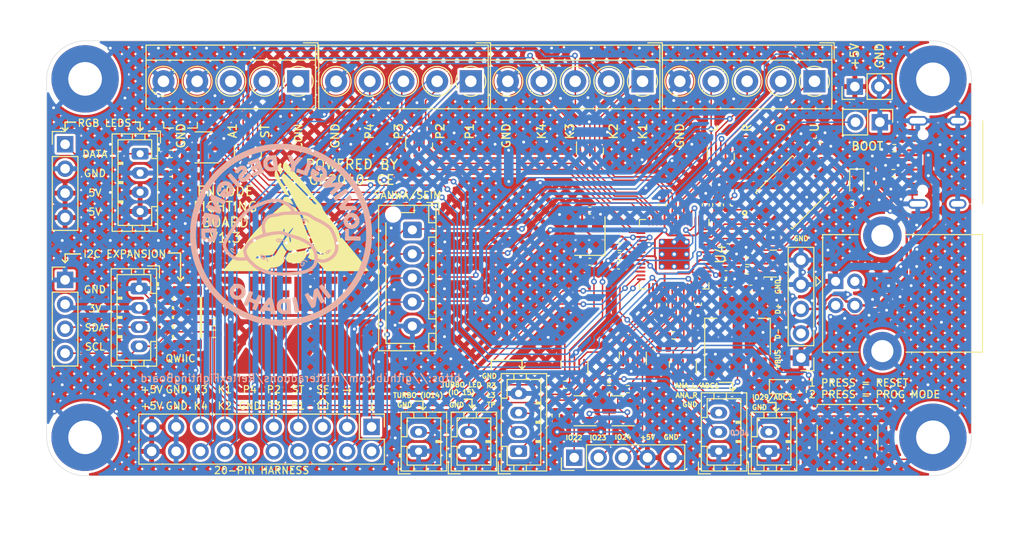
<source format=kicad_pcb>
(kicad_pcb (version 20221018) (generator pcbnew)
  (layers (0 "F.Cu" signal) (1 "In1.Cu" power) (2 "In2.Cu" power) (31 "B.Cu" signal) (34 "B.Paste" user) (35 "F.Paste" user) (36 "B.SilkS" user "B.Silkscreen") (37 "F.SilkS" user "F.Silkscreen") (38 "B.Mask" user) (39 "F.Mask" user) (44 "Edge.Cuts" user))
  (net 0 "")
  (net 1 "GND")
  (net 2 "/UP")
  (net 3 "/DOWN")
  (net 4 "/RIGHT")
  (net 5 "/LEFT")
  (net 6 "/SELECT")
  (net 7 "/HOME")
  (net 8 "/START")
  (net 9 "/1P")
  (net 10 "/2P")
  (net 11 "/3P")
  (net 12 "/4P")
  (net 13 "/1K")
  (net 14 "/2K")
  (net 15 "/3K")
  (net 16 "/4K")
  (net 17 "/TP")
  (net 18 "/LSB")
  (net 19 "/RSB")
  (net 20 "/SDA")
  (net 21 "/SCL")
  (net 22 "/RS_TOGGLE")
  (net 23 "/LS_TOGGLE")
  (net 24 "/TURBO")
  (net 25 "/RUN")
  (net 26 "/RGB")
  (net 27 "/RGB_DATA_5V")
  (net 28 "/SWDIO")
  (net 29 "/SWCLK")
  (net 30 "/TURBO_LED")
  (net 31 "Net-(C3-Pad2)")
  (net 32 "/XIN")
  (net 33 "+3V3")
  (net 34 "+1V1")
  (net 35 "/VBUS")
  (net 36 "Net-(J1-Pin_1)")
  (net 37 "/~{USB_BOOT}")
  (net 38 "/GPIO24")
  (net 39 "/QSPI_SS")
  (net 40 "/XOUT")
  (net 41 "/USB_D+")
  (net 42 "/DR_+")
  (net 43 "/USB_D-")
  (net 44 "/DR_-")
  (net 45 "Net-(D2-A)")
  (net 46 "/GPIO29_ADC3")
  (net 47 "/QSPI_SD3")
  (net 48 "/QSPI_SCLK")
  (net 49 "/QSPI_SD0")
  (net 50 "/QSPI_SD2")
  (net 51 "/QSPI_SD1")
  (net 52 "Net-(J4-Pin_2)")
  (net 53 "Net-(J15-CC1)")
  (net 55 "Net-(J15-CC2)")
  (net 60 "+5V")
  (net 62 "/GPIO22_5V")
  (net 63 "/GPIO23_5V")
  (net 64 "/GPIO22_3V3")
  (net 65 "/GPIO23_3V3")
  (net 67 "Net-(D3-A)")
  (net 68 "Net-(U4-GPIO25)")
  (footprint "Resistor_SMD:R_0402_1005Metric" (layer "F.Cu") (at 157.277811 115 180)
    (fp_text reference "R1")
    (fp_text value "1K")
  )
  (footprint "Resistor_SMD:R_0402_1005Metric" (layer "F.Cu") (at 116.3 91 180)
    (fp_text reference "R5")
    (fp_text value "330R")
  )
  (footprint "Package_TO_SOT_SMD:SOT-23-5" (layer "F.Cu") (at 119.7 90.3224 180)
    (fp_text reference "U2" hide)
    (fp_text value "SN74LV1T34DBV" hide)
  )
  (footprint "Capacitor_SMD:C_0402_1005Metric" (layer "F.Cu") (at 116.3 93)
    (fp_text reference "C1")
    (fp_text value "100n")
  )
  (footprint "Resistor_SMD:R_0402_1005Metric" (layer "F.Cu") (at 120.8 109.7 180)
    (fp_text reference "R6")
    (fp_text value "4K7")
  )
  (footprint "Resistor_SMD:R_0402_1005Metric" (layer "F.Cu") (at 120.8 108.5 180)
    (fp_text reference "R7")
    (fp_text value "4K7")
  )
  (footprint "Connector_PinHeader_2.54mm:PinHeader_2x10_P2.54mm_Vertical" (layer "F.Cu") (at 137.16 119.38 -90)
    (fp_text reference "J2" hide)
    (fp_text value "Conn_02x10_Odd_Even" hide)
  )
  (footprint "Connector_JST:JST_PH_B4B-PH-K_1x04_P2.00mm_Vertical" (layer "F.Cu") (at 113.1 90.9828 -90)
    (fp_text reference "J1" hide)
    (fp_text value "Conn_01x04_Male")
  )
  (footprint "Connector_JST:JST_PH_B2B-PH-K_1x02_P2.00mm_Vertical" (layer "F.Cu") (at 142.05 121.9 90)
    (fp_text reference "J3")
    (fp_text value "Conn_01x02")
  )
  (footprint "Connector_JST:JST_PH_B2B-PH-K_1x02_P2.00mm_Vertical" (layer "F.Cu") (at 147.25 121.9 90)
    (fp_text reference "J4")
    (fp_text value "Conn_01x02")
  )
  (footprint "TerminalBlock_MetzConnect:TerminalBlock_MetzConnect_Type059_RT06305HBWC_1x05_P3.50mm_Horizontal" (layer "F.Cu") (at 165.325 83.45 180)
    (fp_text reference "J5" hide)
    (fp_text value "ST01x05")
  )
  (footprint "TerminalBlock_MetzConnect:TerminalBlock_MetzConnect_Type059_RT06305HBWC_1x05_P3.50mm_Horizontal" (layer "F.Cu") (at 147.475 83.45 180)
    (fp_text reference "J6" hide)
    (fp_text value "ST01x05")
  )
  (footprint "TerminalBlock_MetzConnect:TerminalBlock_MetzConnect_Type059_RT06305HBWC_1x05_P3.50mm_Horizontal" (layer "F.Cu") (at 129.525 83.45 180)
    (fp_text reference "J7" hide)
    (fp_text value "ST01x05")
  )
  (footprint "TerminalBlock_MetzConnect:TerminalBlock_MetzConnect_Type059_RT06305HBWC_1x05_P3.50mm_Horizontal" (layer "F.Cu") (at 183.2 83.45 180)
    (fp_text reference "J8" hide)
    (fp_text value "ST01x05")
  )
  (footprint "Connector_JST:JST_PH_B4B-PH-K_1x04_P2.00mm_Vertical" (layer "F.Cu") (at 113 105 -90)
    (fp_text reference "J12" hide)
    (fp_text value "Conn_01x04_Male")
  )
  (footprint "MountingHole:MountingHole_3.5mm_Pad" (layer "F.Cu") (at 107.378 83.2)
    (fp_text reference "H1")
    (fp_text value "MountingHole")
  )
  (footprint "MountingHole:MountingHole_3.5mm_Pad" (layer "F.Cu") (at 107.378 120.46)
    (fp_text reference "H3")
    (fp_text value "MountingHole")
  )
  (footprint "MountingHole:MountingHole_3.5mm_Pad" (layer "F.Cu") (at 195.517 120.46)
    (fp_text reference "H4")
    (fp_text value "MountingHole")
  )
  (footprint "MountingHole:MountingHole_3.5mm_Pad" (layer "F.Cu") (at 195.517 83.248)
    (fp_text reference "H2")
    (fp_text value "MountingHole")
  )
  (footprint "FeralAI:BOOM_SH_C145961_1x04_P1.00mm_Vertical" (layer "F.Cu") (at 117.1 108 90)
    (fp_text reference "J9" hide)
    (fp_text value "Conn_01x04_Male" hide)
  )
  (footprint "Capacitor_SMD:C_0402_1005Metric" (layer "F.Cu") (at 162.83 102.6 180)
    (fp_text reference "C9")
    (fp_text value "100n")
  )
  (footprint "Package_DFN_QFN:UDFN-10_1.35x2.6mm_P0.5mm" (layer "F.Cu") (at 169.52 113.18 90)
    (fp_text reference "U9")
    (fp_text value "TVS_RCLAMP0524P-N")
  )
  (footprint "Connector_JST:JST_PH_B2B-PH-K_1x02_P2.00mm_Vertical" (layer "F.Cu") (at 178.45 121.9 90)
    (fp_text reference "J26")
    (fp_text value "Conn_01x02")
  )
  (footprint "Connector_PinHeader_2.54mm:PinHeader_1x02_P2.54mm_Vertical" (layer "F.Cu") (at 187.4 84.001952 90)
    (fp_text reference "J20")
    (fp_text value "Conn_01x02")
  )
  (footprint "Resistor_SMD:R_0402_1005Metric" (layer "F.Cu") (at 173 96.3 -90)
    (fp_text reference "R15")
    (fp_text value "10K")
  )
  (footprint "Connector_JST:JST_PH_B4B-PH-K_1x04_P2.00mm_Vertical" (layer "F.Cu") (at 152.45 121.9 90)
    (fp_text reference "J21")
    (fp_text value "Brook 4P Header")
  )
  (footprint "Connector_JST:JST_PH_B3B-PH-K_1x03_P2.00mm_Vertical" (layer "F.Cu") (at 173.25 121.9 90)
    (fp_text reference "J11")
    (fp_text value "Conn_01x03")
  )
  (footprint "Connector_PinHeader_2.54mm:PinHeader_1x02_P2.54mm_Vertical" (layer "F.Cu") (at 190 87.7 -90)
    (fp_text reference "J14")
    (fp_text value "Conn_01x02")
  )
  (footprint "Resistor_SMD:R_0402_1005Metric" (layer "F.Cu") (at 156.3 118.2 90)
    (fp_text reference "R4")
    (fp_text value "10K")
  )
  (footprint "Capacitor_SMD:C_0402_1005Metric" (layer "F.Cu") (at 174.2 100.7)
    (fp_text reference "C8")
    (fp_text value "100n")
  )
  (footprint "Package_DFN_QFN:UDFN-10_1.35x2.6mm_P0.5mm" (layer "F.Cu") (at 164.32 112.25 90)
    (fp_text reference "U11")
    (fp_text value "TVS_RCLAMP0524P-N")
  )
  (footprint "Capacitor_SMD:C_0402_1005Metric" (layer "F.Cu") (at 167.46 106.66 -90)
    (fp_text reference "C11")
    (fp_text value "100n")
  )
  (footprint "Resistor_SMD:R_0402_1005Metric" (layer "F.Cu") (at 176.2 102.11 180)
    (fp_text reference "R18")
    (fp_text value "27")
  )
  (footprint "Resistor_SMD:R_0402_1005Metric" (layer "F.Cu") (at 163.8 115.45)
    (fp_text reference "R3")
    (fp_text value "10K")
  )
  (footprint "Connector_USB:USB_B_Lumberg_2411_02_Horizontal" (layer "F.Cu") (at 185.4 104.25)
    (fp_text reference "J16")
    (fp_text value "USB_B")
  )
  (footprint "Package_DFN_QFN:UDFN-10_1.35x2.6mm_P0.5mm" (layer "F.Cu") (at 159.86 90.39 -90)
    (fp_text reference "U7")
    (fp_text value "TVS_RCLAMP0524P-N")
  )
  (footprint "LED_SMD:LED_0402_1005Metric" (layer "F.Cu") (at 167.51 111.25)
    (fp_text reference "D2")
    (fp_text value "LED 0402 YELLOW")
  )
  (footprint "Connector_PinHeader_2.54mm:PinHeader_1x04_P2.54mm_Vertical" (layer "F.Cu") (at 105.3 90)
    (fp_text reference "J19")
    (fp_text value "Conn_01x04_Male")
  )
  (footprint "Package_TO_SOT_SMD:SOT-223-3_TabPin2" (layer "F.Cu") (at 175.2 110 90)
    (fp_text reference "U3")
    (fp_text value "AMS1117-3.3")
  )
  (footprint "VideoGames_KiCad6:SOIC127P790X216-8N" (layer "F.Cu") (at 180.9 95 45)
    (fp_text reference "FLASH1")
    (fp_text value "W25Q16")
  )
  (footprint "Package_TO_SOT_SMD:SOT-23" (layer "F.Cu") (at 162.8 117.7 180)
    (fp_text reference "Q2")
    (fp_text value "BSS138")
  )
  (footprint "Connector_PinHeader_2.54mm:PinHeader_1x05_P2.54mm_Vertical" (layer "F.Cu") (at 158.225 122.575 90)
    (fp_text reference "J22")
    (fp_text value "Conn_01x05")
  )
  (footprint "VideoGames_KiCad6:RP2040-QFN-56" (layer "F.Cu") (at 168.62 101.43 -90)
    (fp_text reference "U4")
    (fp_text value "RP2040")
  )
  (footprint "Capacitor_SMD:C_0402_1005Metric" (layer "F.Cu") (at 174.1 96.3 90)
    (fp_text reference "R14")
    (fp_text value "1K")
  )
  (footprint "Resistor_SMD:R_0402_1005Metric" (layer "F.Cu") (at 191.41 93)
    (fp_text reference "R21")
    (fp_text value "5K1")
  )
  (footprint "Resistor_SMD:R_0402_1005Metric" (layer "F.Cu") (at 161.85 114.4 180)
    (fp_text reference "R2")
    (fp_text value "10K")
  )
  (footprint "Resistor_SMD:R_0402_1005Metric" (layer "F.Cu") (at 161.85 115.45)
    (fp_text reference "R8")
    (fp_text value "10K")
  )
  (footprint "Crystal:Crystal_SMD_SeikoEpson_TSX3225-4Pin_3.2x2.5mm" (layer "F.Cu") (at 159.85 99.55 90)
    (fp_text reference "Y1")
    (fp_text value "Crystal_GND24_Small")
  )
  (footprint "Capacitor_SMD:C_0402_1005Metric" (layer "F.Cu") (at 176.6 105)
    (fp_text reference "C7")
    (fp_text value "10u")
  )
  (footprint "Connector_PinHeader_2.54mm:PinHeader_1x04_P2.54mm_Vertical" (layer "F.Cu") (at 105.3 104.1)
    (fp_text reference "J10")
    (fp_text value "Conn_01x04_Male")
  )
  (footprint "VideoGames:Reflex_Copper_20mm" (layer "F.Cu") (at 124.693816 105.7)
    (fp_text reference "Ref**" hide)
    (fp_text value "Val**" hide)
  )
  (footprint "Package_DFN_QFN:UDFN-10_1.35x2.6mm_P0.5mm" (layer "F.Cu") (at 173.46 90.935 -90)
    (fp_text reference "U1")
    (fp_text value "TVS_RCLAMP0524P-N")
  )
  (footprint "Diode_SMD:D_0603_1608Metric" (layer "F.Cu") (at 180 115.2)
    (fp_text reference "D1")
    (fp_text value "type=\"D\" model=\"SCHOTTKY DIODE\" lib=\"\"")
  )
  (footprint "Resistor_SMD:R_0402_1005Metric" (layer "F.Cu") (at 168.53 109.86)
    (fp_text reference "R10")
    (fp_text value "470R")
  )
  (footprint "Resistor_SMD:R_0402_1005Metric" (layer "F.Cu") (at 176.2 103.11 180)
    (fp_text reference "R19")
    (fp_text value "27")
  )
  (footprint "Capacitor_SMD:C_0402_1005Metric" (layer "F.Cu") (at 167.4 96.3 90)
    (fp_text reference "C15")
    (fp_text value "100n")
  )
  (footprint "Package_DFN_QFN:UDFN-10_1.35x2.6mm_P0.5mm" (layer "F.Cu") (at 142.1 89.865 -90)
    (fp_text reference "U6")
    (fp_text value "TVS_RCLAMP0524P-N")
  )
  (footprint "Resistor_SMD:R_0402_1005Metric" (layer "F.Cu") (at 191.5 90.4)
    (fp_text reference "R22")
    (fp_text value "5K1")
  )
  (footprint "Capacitor_SMD:C_0402_1005Metric" (layer "F.Cu") (at 171.9 96.3 90)
    (fp_text reference "C14")
    (fp_text value "100n")
  )
  (footprint "Package_TO_SOT_SMD:SOT-23" (layer "F.Cu") (at 158.85 117.7 180)
    (fp_text reference "Q1")
    (fp_text value "BSS138")
  )
  (footprint "Package_DFN_QFN:UDFN-10_1.35x2.6mm_P0.5mm" (layer "F.Cu") (at 124.3 90.8 -90)
    (fp_text reference "U5")
    (fp_text value "TVS_RCLAMP0524P-N")
  )
  (footprint "Capacitor_SMD:C_0402_1005Metric" (layer "F.Cu") (at 173.94 104.535062)
    (fp_text reference "C12")
    (fp_text value "1u")
  )
  (footprint "Capacitor_SMD:C_0402_1005Metric" (layer "F.Cu") (at 174 103.5)
    (fp_text reference "C10")
    (fp_text value "1u")
  )
  (footprint "LED_SMD:LED_0603_1608Metric" (layer "F.Cu") (at 187.6 94.06 -90)
    (fp_text reference "D3")
    (fp_text value "LED")
  )
  (footprint "VideoGames:MiSTer_Addons_MA_15mm" (layer "F.Cu") (at 130.19296 109.564346)
    (fp_text reference "Ref**" hide)
    (fp_text value "Val**" hide)
  )
  (footprint "VideoGames_KiCad6:SW_SPST_6x6_C499305_C499302" (layer "F.Cu") (at 186.640658 120.5)
    (fp_text reference "SW1")
    (fp_text value "SW_Push")
  )
  (footprint "Capacitor_SMD:C_0402_1005Metric" (layer "F.Cu") (at 183.6 89.6 45)
    (fp_text reference "C5")
    (fp_text value "100n")
  )
  (footprint "VideoGames_KiCad6:Reflex_Encode-Kung_Fu-Silk-15mm" (layer "F.Cu") (at 129.128026 102.16725)
    (fp_text reference "Ref**" hide)
    (fp_text value "Val**" hide)
  )
  (footprint "Connector_JST:JST_XH_B5B-XH-AM_1x05_P2.50mm_Vertical" (layer "F.Cu") (at 141.4 98.9 -90)
    (fp_text reference "J17")
    (fp_text value "SANWA")
  )
  (footprint "Capacitor_SMD:C_0402_1005Metric" (layer "F.Cu") (at 182 115.7 90)
    (fp_text reference "C6")
    (fp_text value "10u")
  )
  (footprint "Package_DFN_QFN:UDFN-10_1.35x2.6mm_P0.5mm" (layer "F.Cu") (at 158.25 113.17 90)
    (fp_text reference "U8")
    (fp_text value "TVS_RCLAMP0524P-N")
  )
  (footprint "Capacitor_SMD:C_0402_1005Metric" (layer "F.Cu") (at 159.85 96.9 180)
    (fp_text reference "C4")
    (fp_text value "27p")
  )
  (footprint "Capacitor_SMD:C_0402_1005Metric" (layer "F.Cu") (at 159.85 102.21)
    (fp_text reference "C3")
    (fp_text value "27p")
  )
  (footprint "Resistor_SMD:R_0402_1005Metric" (layer "F.Cu") (at 162.92 100.65 180)
    (fp_text reference "R16")
    (fp_text value "1K")
  )
  (footprint "VideoGames:USB_Type_C_C167321" (layer "F.Cu") (at 193.943337 91.874 90)
    (fp_text reference "J15")
    (fp_text value "USB_C_Receptacle")
  )
  (footprint "Package_DFN_QFN:UDFN-10_1.35x2.6mm_P0.5mm" (layer "F.Cu") (at 178.6 102.4)
    (fp_text reference "U10")
    (fp_text value "TVS_RCLAMP0524P-N")
  )
  (footprint "Capacitor_SMD:C_0402_1005Metric" (layer "F.Cu") (at 162.93 101.63 180)
    (fp_text reference "C17")
    (fp_text value "10u")
  )
  (footprint "Resistor_SMD:R_0402_1005Metric" (layer "F.Cu") (at 187.09 96.19 180)
    (fp_text reference "R9")
    (fp_text value "2K2")
  )
  (footprint "Connector_PinHeader_2.54mm:PinHeader_1x05_P2.54mm_Vertical" (layer "F.Cu") (at 181.8 112.2 180)
    (fp_text reference "J24")
    (fp_text value "Conn_01x05")
  )
  (footprint "Capacitor_SMD:C_0402_1005Metric" (layer "F.Cu") (at 173.9 101.7)
    (fp_text reference "C13")
    (fp_text value "100n")
  )
  (footprint "Capacitor_SMD:C_0402_1005Metric" (layer "F.Cu") (at 171.1 106.6 -90)
    (fp_text reference "C16")
    (fp_text value "100n")
  )
  (footprint "VideoGames_KiCad6:Idaho_M" (layer "B.Cu") (at 126.3 104.4 180)
    (fp_text reference "Ref**" hide)
    (fp_text value "Val**" hide)
  )
  (gr_line (start 105 102) (end 105.3 102.3) (stroke (width 0.15)) (layer "F.SilkS"))
  (gr_line (start 117 103.8) (end 117.3 104.2) (stroke (width 0.15)) (layer "F.SilkS"))
  (gr_line (start 117.6 103.8) (end 117.3 104.2) (stroke (width 0.15)) (layer "F.SilkS"))
  (gr_line (start 106.9 101.4) (end 105.3 101.4) (stroke (width 0.15)) (layer "F.SilkS"))
  (gr_line (start 142.2 117.3) (end 142.5 117.6) (stroke (width 0.15)) (layer "F.SilkS"))
  (gr_line (start 152.8 113.35) (end 153.1 113.05) (stroke (width 0.15)) (layer "F.SilkS"))
  (gr_line (start 119.05 87.711623) (end 119.05 88.311623) (stroke (width 0.12)) (layer "F.SilkS"))
  (gr_line (start 106.4 87.7) (end 105.3 87.7) (stroke (width 0.15)) (layer "F.SilkS"))
  (gr_line (start 178.9 117.45) (end 179.2 117.75) (stroke (width 0.15)) (layer "F.SilkS"))
  (gr_line (start 117.3 101.3) (end 117.3 104.2) (stroke (width 0.15)) (layer "F.SilkS"))
  (gr_line (start 113.1 88.6) (end 113.4 88.3) (stroke (width 0.15)) (layer "F.SilkS"))
  (gr_line (start 174.4 115.35) (end 174.7 115.65) (stroke (width 0.15)) (layer "F.SilkS"))
  (gr_line (start 112.8 88.3) (end 113.1 88.6) (stroke (width 0.15)) (layer "F.SilkS"))
  (gr_line (start 132.1 116.4) (end 132.7 117) (stroke (width 0.12)) (layer "F.SilkS"))
  (gr_line (start 149.6 112.45) (end 149.6 113.35) (stroke (width 0.15)) (layer "F.SilkS"))
  (gr_line (start 142.5 117.6) (end 142.8 117.3) (stroke (width 0.15)) (layer "F.SilkS"))
  (gr_line (start 116 101.3) (end 117.3 101.3) (stroke (width 0.15)) (layer "F.SilkS"))
  (gr_line (start 117.3 104.2) (end 117 103.8) (stroke (width 0.15)) (layer "F.SilkS"))
  (gr_line (start 179.2 116.85) (end 178.4 116.85) (stroke (width 0.15)) (layer "F.SilkS"))
  (gr_line (start 142.5 116.7) (end 142.5 117.6) (stroke (width 0.15)) (layer "F.SilkS"))
  (gr_line (start 152.5 113.05) (end 152.8 113.35) (stroke (width 0.15)) (layer "F.SilkS"))
  (gr_line (start 152.8 112.45) (end 152.8 113.35) (stroke (width 0.15)) (layer "F.SilkS"))
  (gr_line (start 131.6 117) (end 131.6 117.5) (stroke (width 0.12)) (layer "F.SilkS"))
  (gr_line (start 105.3 87.7) (end 105.3 88.6) (stroke (width 0.15)) (layer "F.SilkS"))
  (gr_line (start 119.05 88.311623) (end 118.025 88.311623) (stroke (width 0.12)) (layer "F.SilkS"))
  (gr_line (start 142.5 116.7) (end 141.7 116.7) (stroke (width 0.15)) (layer "F.SilkS"))
  (gr_line (start 174.7 115.65) (end 175 115.35) (stroke (width 0.15)) (layer "F.SilkS"))
  (gr_line (start 105.3 102.3) (end 105.6 102) (stroke (width 0.15)) (layer "F.SilkS"))
  (gr_line (start 174.7 114.75) (end 174.7 115.65) (stroke (width 0.15)) (layer "F.SilkS"))
  (gr_line (start 105.3 88.6) (end 105.6 88.3) (stroke (width 0.15)) (layer "F.SilkS"))
  (gr_line (start 147.3 117.1) (end 147.6 117.4) (stroke (width 0.15)) (layer "F.SilkS"))
  (gr_line (start 113.1 87.7) (end 112.3 87.7) (stroke (width 0.15)) (layer "F.SilkS"))
  (gr_line (start 147.6 117.4) (end 147.9 117.1) (stroke (width 0.15)) (layer "F.SilkS"))
  (gr_line (start 174.7 114.75) (end 173.3 114.75) (stroke (width 0.15)) (layer "F.SilkS"))
  (gr_line (start 105 88.3) (end 105.3 88.6) (stroke (width 0.15)) (layer "F.SilkS"))
  (gr_line (start 132.6 117.5) (end 132.6 116.9) (stroke (width 0.12)) (layer "F.SilkS"))
  (gr_line (start 179.2 116.85) (end 179.2 117.75) (stroke (width 0.15)) (layer "F.SilkS"))
  (gr_line (start 152.8 112.45) (end 149.6 112.45) (stroke (width 0.15)) (layer "F.SilkS"))
  (gr_line (start 113.1 87.7) (end 113.1 88.6) (stroke (width 0.15)) (layer "F.SilkS"))
  (gr_line (start 105.3 101.4) (end 105.3 102.3) (stroke (width 0.15)) (layer "F.SilkS"))
  (gr_line (start 147.6 116.5) (end 146.8 116.5) (stroke (width 0.15)) (layer "F.SilkS"))
  (gr_line (start 115.55 87.711623) (end 115.55 88.311623) (stroke (width 0.12)) (layer "F.SilkS"))
  (gr_line (start 132.1 116.4) (end 131.5 117) (stroke (width 0.12)) (layer "F.SilkS"))
  (gr_line (start 131.6 117.5) (end 132.6 117.5) (stroke (width 0.12)) (layer "F.SilkS"))
  (gr_line (start 179.2 117.75) (end 179.5 117.45) (stroke (width 0.15)) (layer "F.SilkS"))
  (gr_line (start 131.6 117) (end 131.6 116.9) (stroke (width 0.12)) (layer "F.SilkS"))
  (gr_line (start 147.6 116.5) (end 147.6 117.4) (stroke (width 0.15)) (layer "F.SilkS"))
  (gr_line (start 116.575 88.311623) (end 115.55 88.311623) (stroke (width 0.12)) (layer "F.SilkS"))
  (gr_arc (start 107.442 124.46) (mid 104.568318 123.269682) (end 103.378 120.396) (stroke (width 0.05)) (layer "Edge.Cuts"))
  (gr_line (start 103.378 120.396) (end 103.378 83.439) (stroke (width 0.05)) (layer "Edge.Cuts"))
  (gr_line (start 195.453 124.46) (end 107.442 124.46) (stroke (width 0.05)) (layer "Edge.Cuts"))
  (gr_line (start 107.315 79.248) (end 195.707 79.248) (stroke (width 0.05)) (layer "Edge.Cuts"))
  (gr_arc (start 103.378 83.439) (mid 104.478515 80.528121) (end 107.315 79.248) (stroke (width 0.05)) (layer "Edge.Cuts"))
  (gr_arc (start 195.707 79.248) (mid 198.506287 80.617923) (end 199.517 83.566) (stroke (width 0.05)) (layer "Edge.Cuts"))
  (gr_line (start 199.517 83.566) (end 199.517 120.396) (stroke (width 0.05)) (layer "Edge.Cuts"))
  (gr_arc (start 199.517 120.396) (mid 198.326682 123.269682) (end 195.453 124.46) (stroke (width 0.05)) (layer "Edge.Cuts"))
  (gr_text "https://github.com/misteraddons/ReflexFightingBoard" (at 129.77 114.31) (layer "B.SilkS") (effects (font (size 0.8 0.8) (thickness 0.125)) (justify mirror)))
  (gr_text "ADC0" (at 175.4 120) (layer "B.SilkS") (effects (font (size 0.5 0.5) (thickness 0.125)) (justify mirror)))
  (gr_text "ST" (at 126.09 88.634082 90) (layer "F.SilkS") (effects (font (size 0.85 0.85))))
  (gr_text "COIN" (at 129.57 89.2 90) (layer "F.SilkS") (effects (font (size 0.75 0.75))))
  (gr_text "SDA" (at 108.4 109.0676) (layer "F.SilkS") (effects (font (size 0.75 0.75) (thickness 0.125))))
  (gr_text "I2C EXPANSION" (at 111.5 101.4) (layer "F.SilkS") (effects (font (size 0.75 0.75) (thickness 0.125))))
  (gr_text "U" (at 183.2 88.269796 90) (layer "F.SilkS") (effects (font (size 0.85 0.85))))
  (gr_text "D" (at 179.691828 88.249558 90) (layer "F.SilkS") (effects (font (size 0.85 0.85))))
  (gr_text "K4" (at 154.843 88.65432 90) (layer "F.SilkS") (effects (font (size 0.85 0.85))))
  (gr_text "3V" (at 108.4 107.0864) (layer "F.SilkS") (effects (font (size 0.75 0.75) (thickness 0.125))))
  (gr_text "ENCODE\nFIGHTING\nBOARD\nV1.3" (at 121.95 97.3) (layer "F.SilkS") (effects (font (size 1 1))))
  (gr_text "5V" (at 108.4 97.028) (layer "F.SilkS") (effects (font (size 0.75 0.75) (thickness 0.125))))
  (gr_text "P1" (at 129.5 117.2) (layer "F.SilkS") (effects (font (size 0.75 0.75) (thickness 0.125))))
  (gr_text "SCL" (at 108.4 111.0488) (layer "F.SilkS") (effects (font (size 0.75 0.75) (thickness 0.125))))
  (gr_text "GND" (at 124.5 117.2) (layer "F.SilkS") (effects (font (size 0.75 0.75) (thickness 0.125))))
  (gr_text "BOOT" (at 188.7 90.2) (layer "F.SilkS") (effects (font (size 0.85 0.85))))
  (gr_text "+5V" (at 114.3 115.5) (layer "F.SilkS") (effects (font (size 0.75 0.75) (thickness 0.125))))
  (gr_text "SE" (at 132.1 115.5) (layer "F.SilkS") (effects (font (size 0.75 0.75) (thickness 0.125))))
  (gr_text "R3" (at 149.6 115.08376) (layer "F.SilkS") (effects (font (size 0.5 0.5) (thickness 0.125))))
  (gr_text "P1" (at 147.35 88.65432 90) (layer "F.SilkS") (effects (font (size 0.85 0.85))))
  (gr_text "GND" (at 189.957909 80.8 90) (layer "F.SilkS") (effects (font (size 0.85 0.85))))
  (gr_text "D+" (at 179.4 107.1 90) (layer "F.SilkS") (effects (font (size 0.5 0.5) (thickness 0.125))))
  (gr_text "20-PIN HARNESS" (at 125.73 123.9) (layer "F.SilkS") (effects (font (size 0.75 0.75) (thickness 0.125))))
  (gr_text "IO24" (at 163.3 120.45) (layer "F.SilkS") (effects (font (size 0.5 0.5) (thickness 0.125))))
  (gr_text "GND" (at 151.16 89.119796 90) (layer "F.SilkS") (effects (font (size 0.85 0.85))))
  (gr_text "TP" (at 149.6 117.082828) (layer "F.SilkS") (effects (font (size 0.5 0.5) (thickness 0.125))))
  (gr_text "→" (at 134.6 115.5) (layer "F.SilkS") (effects (font (size 1 1) (thickness 0.125))))
  (gr_text "←" (at 134.6 117.2) (layer "F.SilkS") (effects (font (size 1 1) (thickness 0.125))))
  (gr_text "R" (at 176.2 88.288844 90) (layer "F.SilkS") (effects (font (size 0.85 0.85))))
  (gr_text "+5V" (at 114.3 117.2) (layer "F.SilkS") (effects (font (size 0.75 0.75) (thickness 0.125))))
  (gr_text "RGB LEDS" (at 109.395347 87.8) (layer "F.SilkS") (effects (font (size 0.75 0.75) (thickness 0.125))))
  (gr_text "SANWA/SEIM" (at 140.9 95.3) (layer "F.SilkS") (effects (font (size 0.75 0.75) (thickness 0.125))))
  (gr_text "ANA_L/ADC1" (at 171 115.1) (layer "F.SilkS") (effects (font (size 0.5 0.5) (thickness 0.125))))
  (gr_text "GND" (at 108.4 105.1052) (layer "F.SilkS") (effects (font (size 0.75 0.75) (thickness 0.125))))
  (gr_text "L" (at 172.7 88.338844 90) (layer "F.SilkS") (effects (font (size 0.85 0.85))))
  (gr_text "TURBO LED\n(IO 15)" (at 146.5 115.4) (layer "F.SilkS") (effects (font (size 0.5 0.5) (thickness 0.125))))
  (gr_text "ST" (at 129.5 115.5) (layer "F.SilkS") (effects (font (size 0.75 0.75) (thickness 0.125))))
  (gr_text "GND" (at 117.35 89.119796 90) (layer "F.SilkS") (effects (font (size 0.85 0.85))))
  (gr_text "K3" (at 157.759211 88.65432 90) (layer "F.SilkS") (effects (font (size 0.85 0.85))))
  (gr_text "ANA_R" (at 169.9 116.1) (layer "F.SilkS") (effects (font (size 0.5 0.5) (thickness 0.125))))
  (gr_text "+5V" (at 187.373477 80.777129 90) (layer "F.SilkS") (effects (font (size 0.85 0.85))))
  (gr_text "POWERED BY\nGP2040-CE" (at 135.1 92.9) (layer "F.SilkS") (effects (font (size 1 1))))
  (gr_text "P4" (at 124.5 115.5) (layer "F.SilkS") (effects (font (size 0.75 0.75) (thickness 0.125))))
  (gr_text "GND" (at 170.25 117.05) (layer "F.SilkS") (effects (font (size 0.5 0.5) (thickness 0.125))))
  (gr_text "K2" (at 121.9 117.2) (layer "F.SilkS") (effects (font (size 0.75 0.75) (thickness 0.125))))
  (gr_text "GND" (at 149.4 114.1) (layer "F.SilkS") (effects (font (size 0.5 0.5) (thickness 0.125))))
  (gr_text "1 PRESS = RESET\n2 PRESS = PROG MODE" (at 182.526073 115.4) (layer "F.SilkS") (effects (font (size 0.75 0.75) (thickness 0.125)) (justify left)))
  (gr_text "A1" (at 122.702 88.593606 90) (layer "F.SilkS") (effects (font (size 0.85 0.85))))
  (gr_text "P3" (at 139.985471 88.65432 90) (layer "F.SilkS") (effects (font (size 0.85 0.85))))
  (gr_text "+5V" (at 165.85 120.45) (layer "F.SilkS") (effects (font (size 0.5 0.5) (thickness 0.125))))
  (gr_text "GND" (at 177.487378 117.35) (layer "F.SilkS") (effects (font (size 0.5 0.5) (thickness 0.125))))
  (gr_text "P3" (at 127 117.2) (layer "F.SilkS") (effects (font (size 0.75 0.75) (thickness 0.125))))
  (gr_text "D-" (at 179.4 109.7 90) (layer "F.SilkS") (effects (font (size 0.5 0.5) (thickness 0.125))))
  (gr_text "P2" (at 144.293536 88.65432 90) (layer "F.SilkS") (effects (font (size 0.85 0.85))))
  (gr_text "P2" (at 127 115.5) (layer "F.SilkS") (effects (font (size 0.75 0.75) (thickness 0.125))))
  (gr_text "GND" (at 116.9 115.5) (layer "F.SilkS") (effects (font (size 0.75 0.75) (thickness 0.125))))
  (gr_text "IO22" (at 158.2 120.5) (layer "F.SilkS") (effects (font (size 0.5 0.5) (thickness 0.125))))
  (gr_text "IO29/ADC3" (at 178.8 116.3) (layer "F.SilkS") (effects (font (size 0.5 0.5) (thickness 0.125))))
  (gr_text "GND" (at 108.4 93.0148) (layer "F.SilkS") (effects (font (size 0.75 0.75) (thickness 0.125))))
  (gr_text "GND" (at 140.6 117.1) (layer "F.SilkS") (effects (font (size 0.5 0.5) (thickness 0.125))))
  (gr_text "↑" (at 137.2 115.5) (layer "F.SilkS") (effects (font (size 1 1) (thickness 0.125))))
  (gr_text "QWIIC" (at 117.3 112.268) (layer "F.SilkS") (effects (font (size 0.75 0.75) (thickness 0.125))))
  (gr_text "GND" (at 133.38 89.119796 90) (layer "F.SilkS") (effects (font (size 0.85 0.85))))
  (gr_text "GND" (at 146 117.1) (layer "F.SilkS") (effects (font (size 0.5 0.5) (thickness 0.125))))
  (gr_text "\nDATA" (at 108.4 90.424) (layer "F.SilkS") (effects (font (size 0.75 0.75) (thickness 0.125))))
  (gr_text "↓" (at 137.2 117.2) (layer "F.SilkS") (effects (font (size 1 1) (thickness 0.125))))
  (gr_text "VBUS" (at 179.4 112.3 90) (layer "F.SilkS") (effects (font (size 0.5 0.5) (thickness 0.125))))
  (gr_text "TURBO (IO14)" (at 142 116.1) (layer "F.SilkS") (effects (font (size 0.5 0.5) (thickness 0.125))))
  (gr_text "K3" (at 119.4 115.5) (layer "F.SilkS") (effects (font (size 0.75 0.75) (thickness 0.125))))
  (gr_text "IO23" (at 160.7 120.5) (layer "F.SilkS") (effects (font (size 0.5 0.5) (thickness 0.125))))
  (gr_text "K1" (at 165.364154 88.65432 90) (layer "F.SilkS") (effects (font (size 0.85 0.85))))
  (gr_text "5V" (at 108.4 95.0468) (layer "F.SilkS") (effects (font (size 0.75 0.75) (thickness 0.125))))
  (gr_text "P4" (at 136.936 88.65432 90) (layer "F.SilkS") (effects (font (size 0.85 0.85))))
  (gr_text "GND" (at 169.2 89.119796 90) (layer "F.SilkS") (effects (font (size 0.85 0.85))))
  (gr_text "GND" (at 168.3 120.45) (layer "F.SilkS") (effects (font (size 0.5 0.5) (thickness 0.125))))
  (gr_text "K4" (at 119.4 117.2) (layer "F.SilkS") (effects (font (size 0.75 0.75) (thickness 0.125))))
  (gr_text "GND" (at 116.9 117.2) (layer "F.SilkS") (effects (font (size 0.75 0.75) (thickness 0.125))))
  (gr_text "K1" (at 121.9 115.5) (layer "F.SilkS") (effects (font (size 0.75 0.75) (thickness 0.125))))
  (gr_text "K2" (at 162.314135 88.65432 90) (layer "F.SilkS") (effects (font (size 0.85 0.85))))
  (gr_text "GND" (at 181.8 99.8) (layer "F.SilkS") (effects (font (size 0.5 0.5) (thickness 0.125))))
  (gr_text "GND" (at 179.4 104.8 90) (layer "F.SilkS") (effects (font (size 0.5 0.5) (thickness 0.125))))
  (gr_text "L3" (at 149.6 116.083294) (layer "F.SilkS") (effects (font (size 0.5 0.5) (thickness 0.125))))
  (segment (start 184.3 88.8) (end 184.3 88.9) (width 0.15) (layer "F.Cu") (net 1))
  (segment (start 159.37 102.21) (end 158.87 101.71) (width 0.2) (layer "F.Cu") (net 1))
  (segment (start 190.2 90.5405) (end 190.3405 90.4) (width 0.2) (layer "F.Cu") (net 1))
  (segment (start 162.45 101.63) (end 162.23 101.63) (width 0.2) (layer "F.Cu") (net 1))
  (segment (start 190.9 93) (end 190.9 92.495887) (width 0.15) (layer "F.Cu") (net 1))
  (segment (start 142.1 89.375) (end 142.1 88.6) (width 0.15) (layer "F.Cu") (net 1))
  (segment (start 180.114487 102.4) (end 178.075 102.4) (width 0.15) (layer "F.Cu") (net 1))
  (segment (start 179.697918 98.902082) (end 179.697918 98.896158) (width 0.15) (layer "F.Cu") (net 1))
  (segment (start 162.26 102.6) (end 161.76 102.1) (width 0.2) (layer "F.Cu") (net 1))
  (segment (start 173.54 89.43) (end 173.46 89.51) (width 0.15) (layer "F.Cu") (net 1))
  (segment (start 115.82 93) (end 113.1172 93) (width 0.5) (layer "F.Cu") (net 1))
  (segment (start 177.783011 105) (end 177.08 105) (width 0.15) (layer "F.Cu") (net 1))
  (segment (start 174.9 104.055062) (end 174.42 104.535062) (width 0.2) (layer "F.Cu") (net 1))
  (segment (start 158.68 101.52) (end 158.68 101.02) (width 0.2) (layer "F.Cu") (net 1))
  (segment (start 190.615658 122.75) (end 193.227 122.75) (width 0.15) (layer "F.Cu") (net 1))
  (segment (start 159.86 87.740011) (end 159.86 90.915) (width 0.15) (layer "F.Cu") (net 1))
  (segment (start 190.9 92.495887) (end 190.593613 92.1895) (width 0.15) (layer "F.Cu") (net 1))
  (segment (start 160.33 96.9) (end 160.58 96.9) (width 0.2) (layer "F.Cu") (net 1))
  (segment (start 174.9 104) (end 174.9 103.92) (width 0.2) (layer "F.Cu") (net 1))
  (segment (start 158.25 113.695) (end 158.25 111.8) (width 0.15) (layer "F.Cu") (net 1))
  (segment (start 193.227 122.75) (end 195.517 120.46) (width 0.15) (layer "F.Cu") (net 1))
  (segment (start 167.46 107.65) (end 167.46 107.14) (width 0.2) (layer "F.Cu") (net 1))
  (segment (start 171.85 113.15) (end 172.9 113.15) (width 0.75) (layer "F.Cu") (net 1))
  (segment (start 164.32 113.43) (end 164.32 111.725) (width 0.15) (layer "F.Cu") (net 1))
  (segment (start 177.8 104.983011) (end 177.783011 105) (width 0.15) (layer "F.Cu") (net 1))
  (segment (start 175.1 101.4) (end 174.8 101.7) (width 0.2) (layer "F.Cu") (net 1))
  (segment (start 124.3 90.275) (end 124.3 91.325) (width 0.15) (layer "F.Cu") (net 1))
  (segment (start 160.955 97.275) (end 161.06 97.38) (width 0.2) (layer "F.Cu") (net 1))
  (segment (start 121.7724 89.3724) (end 121.8 89.4) (width 0.5) (layer "F.Cu") (net 1))
  (segment (start 167.080537 95.53364) (end 167.11364 95.53364) (width 0.15) (layer "F.Cu") (net 1))
  (segment (start 171.9 95.82) (end 171.9 95.1) (width 0.15) (layer "F.Cu") (net 1))
  (segment (start 162.23 101.63) (end 161.76 102.1) (width 0.2) (layer "F.Cu") (net 1))
  (segment (start 193.375729 95.635) (end 193.925729 96.185) (width 0.2) (layer "F.Cu") (net 1))
  (segment (start 161.06 97.38) (end 161.06 98.04) (width 0.2) (layer "F.Cu") (net 1))
  (segment (start 167.11364 95.53364) (end 167.4 95.82) (width 0.15) (layer "F.Cu") (net 1))
  (segment (start 190.3405 90.4) (end 190.99 90.4) (width 0.2) (layer "F.Cu") (net 1))
  (segment (start 172.9 111.82) (end 172.9 113.15) (width 0.75) (layer "F.Cu") (net 1))
  (segment (start 174.9 103.92) (end 174.48 103.5) (width 0.2) (layer "F.Cu") (net 1))
  (segment (start 124.3 92.18) (end 124.3 91.325) (width 0.15) (layer "F.Cu") (net 1))
  (segment (start 165.992745 100.43) (end 165.997502 100.434757) (width 0.2) (layer "F.Cu") (net 1))
  (segment (start 193.375729 88.815) (end 193.375729 88.095) (width 0.2) (layer "F.Cu") (net 1))
  (segment (start 116.176 106.493) (end 114.493 106.493) (width 0.15) (layer "F.Cu") (net 1))
  (segment (start 173.46 89.51) (end 173.46 91.46) (width 0.15) (layer "F.Cu") (net 1))
  (segment (start 193.375729 94.915) (end 193.375729 95.635) (width 0.2) (layer "F.Cu") (net 1))
  (segment (start 158.25 111.8) (end 158.41 111.64) (width 0.15) (layer "F.Cu") (net 1))
  (segment (start 171.1 107.8) (end 171.1 107.08) (width 0.2) (layer "F.Cu") (net 1))
  (segment (start 162.35 102.6) (end 162.26 102.6) (width 0.2) (layer "F.Cu") (net 1))
  (segment (start 114.493 106.493) (end 113 105) (width 0.15) (layer "F.Cu") (net 1))
  (segment (start 167.025 111.884275) (end 166.960264 111.949011) (width 0.15) (layer "F.Cu") (net 1))
  (segment (start 174.8 101.7) (end 174.38 101.7) (width 0.2) (layer "F.Cu") (net 1))
  (segment (start 160.58 96.9) (end 160.955 97.275) (width 0.2) (layer "F.Cu") (net 1))
  (segment (start 164.15 113.6) (end 164.32 113.43) (width 0.15) (layer "F.Cu") (net 1))
  (segment (start 120.8 89.3724) (end 121.7724 89.3724) (width 0.5) (layer "F.Cu") (net 1))
  (segment (start 182.665658 122.75) (end 182.665658 121.535658) (width 0.15) (layer "F.Cu") (net 1))
  (segment (start 142.1 89.375) (end 142.1 90.425) (width 0.15) (layer "F.Cu") (net 1))
  (segment (start 182 114.5) (end 182 115.22) (width 0.15) (layer "F.Cu") (net 1))
  (segment (start 180.202048 102.487561) (end 180.114487 102.4) (width 0.15) (layer "F.Cu") (net 1))
  (segment (start 124.32 92.2) (end 124.3 92.18) (width 0.15) (layer "F.Cu") (net 1))
  (segment (start 175.1 101.4) (end 175.1 101.12) (width 0.2) (layer "F.Cu") (net 1))
  (segment (start 184.3 88.9) (end 183.939411 89.260589) (width 0.15) (layer "F.Cu") (net 1))
  (segment (start 187.6 92.58) (end 187.6 93.2725) (width 0.15) (layer "F.Cu") (net 1))
  (segment (start 113.1172 93) (end 113.1 92.9828) (width 0.5) (layer "F.Cu") (net 1))
  (segment (start 178.9 99.7) (end 179.697918 98.902082) (width 0.15) (layer "F.Cu") (net 1))
  (segment (start 174.9 104) (end 174.9 104.055062) (width 0.2) (layer "F.Cu") (net 1))
  (segment (start 165.1825 100.43) (end 165.992745 100.43) (width 0.2) (layer "F.Cu") (net 1))
  (segment (start 193.375729 88.095) (end 193.925729 87.545) (width 0.2) (layer "F.Cu") (net 1))
  (segment (start 167.025 111.25) (end 167.025 111.884275) (width 0.15) (layer "F.Cu") (net 1))
  (segment (start 158.87 101.71) (end 158.68 101.52) (width 0.2) (layer "F.Cu") (net 1))
  (segment (start 167.31 107.8) (end 167.46 107.65) (width 0.2) (layer "F.Cu") (net 1))
  (segment (start 169.52 112.655) (end 169.52 114.55) (width 0.15) (layer "F.Cu") (net 1))
  (segment (start 159.789989 87.67) (end 159.86 87.740011) (width 0.15) (layer "F.Cu") (net 1))
  (segment (start 175.1 101.12) (end 174.68 100.7) (width 0.2) (layer "F.Cu") (net 1))
  (segment (start 182.665658 121.535658) (end 182.66 121.53) (width 0.15) (layer "F.Cu") (net 1))
  (via (at 110 80) (size 0.6) (drill 0.3) (layers "F.Cu" "B.Cu") (net 1))
  (via (at 182.39 95.49) (size 0.6) (drill 0.3) (layers "F.Cu" "B.Cu") (net 1))
  (via (at 196.3 102.8) (size 0.6) (drill 0.3) (layers "F.Cu" "B.Cu") (net 1))
  (via (at 187.6 92.58) (size 0.6) (drill 0.3) (layers "F.Cu" "B.Cu") (net 1))
  (via (at 120 100) (size 0.6) (drill 0.3) (layers "F.Cu" "B.Cu") (net 1))
  (via (at 173.3 94.2) (size 0.6) (drill 0.3) (layers "F.Cu" "B.Cu") (net 1))
  (via (at 115 80) (size 0.6) (drill 0.3) (layers "F.Cu" "B.Cu") (net 1))
  (via (at 177.8 104.983011) (size 0.6) (drill 0.3) (layers "F.Cu" "B.Cu") (net 1))
  (via (at 165.997502 100.434757) (size 0.6) (drill 0.3) (layers "F.Cu" "B.Cu") (net 1))
  (via (at 115 105) (size 0.6) (drill 0.3) (layers "F.Cu" "B.Cu") (net 1))
  (via (at 133.61 100.28) (size 0.6) (drill 0.3) (layers "F.Cu" "B.Cu") (net 1))
  (via (at 176.09 100.71) (size 0.6) (drill 0.3) (layers "F.Cu" "B.Cu") (net 1))
  (via (at 120 80) (size 0.6) (drill 0.3) (layers "F.Cu" "B.Cu") (net 1))
  (via (at 189.23774 106.1255) (size 0.6) (drill 0.3) (layers "F.Cu" "B.Cu") (net 1))
  (via (at 131.04 90.65) (size 0.6) (drill 0.3) (layers "F.Cu" "B.Cu") (net 1))
  (via (at 161.76 102.1) (size 0.6) (drill 0.3) (layers "F.Cu" "B.Cu") (net 1))
  (via (at 182 103.31) (size 0.6) (drill 0.3) (layers "F.Cu" "B.Cu") (net 1))
  (via (at 186.341645 108.094411) (size 0.6) (drill 0.3) (layers "F.Cu" "B.Cu") (net 1))
  (via (at 137.9 112.6) (size 0.6) (drill 0.3) (layers "F.Cu" "B.Cu") (net 1))
  (via (at 184.3 88.8) (size 0.6) (drill 0.3) (layers "F.Cu" "B.Cu") (net 1))
  (via (at 124.32 92.2) (size 0.6) (drill 0.3) (layers "F.Cu" "B.Cu") (net 1))
  (via (at 160 80) (size 0.6) (drill 0.3) (layers "F.Cu" "B.Cu") (net 1))
  (via (at 141.875 85.675) (size 0.6) (drill 0.3) (layers "F.Cu" "B.Cu") (net 1))
  (via (at 154.69 94) (size 0.6) (drill 0.3) (layers "F.Cu" "B.Cu") (net 1))
  (via (at 192.098011 105.848011) (size 0.6) (drill 0.3) (layers "F.Cu" "B.Cu") (net 1))
  (via (at 152.97 89.77) (size 0.6) (drill 0.3) (layers "F.Cu" "B.Cu") (net 1))
  (via (at 182.9755 106.247664) (size 0.6) (drill 0.3) (layers "F.Cu" "B.Cu") (net 1))
  (via (at 193.84526 100.92076) (size 0.6) (drill 0.3) (layers "F.Cu" "B.Cu") (net 1))
  (via (at 115 95) (size 0.6) (drill 0.3) (layers "F.Cu" "B.Cu") (net 1))
  (via (at 130.8 104.8) (size 0.6) (drill 0.3) (layers "F.Cu" "B.Cu") (net 1))
  (via (at 155.36 89.71) (size 0.6) (drill 0.3) (layers "F.Cu" "B.Cu") (net 1))
  (via (at 178.9 99.7) (size 0.6) (drill 0.3) (layers "F.Cu" "B.Cu") (net 1))
  (via (at 139.6 108.8) (size 0.6) (drill 0.3) (layers "F.Cu" "B.Cu") (net 1))
  (via (at 110 95) (size 0.6) (drill 0.3) (layers "F.Cu" "B.Cu") (net 1))
  (via (at 179.2755 106.2) (size 0.6) (drill 0.3) (layers "F.Cu" "B.Cu") (net 1))
  (via (at 173.54 89.43) (size 0.6) (drill 0.3) (layers "F.Cu" "B.Cu") (net 1))
  (via (at 160.955 97.275) (size 0.6) (drill 0.3) (layers "F.Cu" "B.Cu") (net 1))
  (via (at 144.74 110) (size 0.6) (drill 0.3) (layers "F.Cu" "B.Cu") (net 1))
  (via (at 171.1 107.8) (size 0.6) (drill 0.3) (layers "F.Cu" "B.Cu") (net 1))
  (via (at 189.925908 95.774092) (size 0.6) (drill 0.3) (layers "F.Cu" "B.Cu") (net 1))
  (via (at 177.85 109.55) (size 0.6) (drill 0.3) (layers "F.Cu" "B.Cu") (net 1))
  (via (at 184.881854 107.941735) (size 0.6) (drill 0.3) (layers "F.Cu" "B.Cu") (net 1))
  (via (at 178.734183 104.023166) (size 0.6) (drill 0.3) (layers "F.Cu" "B.Cu") (net 1))
  (via (at 118.8555 113.5) (size 0.6) (drill 0.3) (layers "F.Cu" "B.Cu") (net 1))
  (via (at 166.960264 111.949011) (size 0.6) (drill 0.3) (layers "F.Cu" "B.Cu") (net 1))
  (via (at 138.9 85.7) (size 0.6) (drill 0.3) (layers "F.Cu" "B.Cu") (net 1))
  (via (at 159.789989 87.67) (size 0.6) (drill 0.3) (layers "F.Cu" "B.Cu") (net 1))
  (via (at 165 80) (size 0.6) (drill 0.3) (layers "F.Cu" "B.Cu") (net 1))
  (via (at 189.9 114.6) (size 0.6) (drill 0.3) (layers "F.Cu" "B.Cu") (net 1))
  (via (at 165 85.425) (size 0.6) (drill 0.3) (layers "F.Cu" "B.Cu") (net 1))
  (via (at 128.31 100.24) (size 0.6) (drill 0.3) (layers "F.Cu" "B.Cu") (net 1))
  (via (at 171.85 113.15) (size 0.6) (drill 0.3) (layers "F.Cu" "B.Cu") (net 1))
  (via (at 144.77 100.15) (size 0.6) (drill 0.3) (layers "F.Cu" "B.Cu") (net 1))
  (via (at 130.8 115.4) (size 0.6) (drill 0.3) (layers "F.Cu" "B.Cu") (net 1))
  (via (at 164.15 113.6) (size 0.6) (drill 0.3) (layers "F.Cu" "B.Cu") (net 1))
  (via (at 180.258411 109.041589) (size 0.6) (drill 0.3) (layers "F.Cu" "B.Cu") (net 1))
  (via (at 105 100) (size 0.6) (drill 0.3) (layers "F.Cu" "B.Cu") (net 1))
  (via (at 110 100) (size 0.6) (drill 0.3) (layers "F.Cu" "B.Cu") (net 1))
  (via (at 195 115) (size 0.6) (drill 0.3) (layers "F.Cu" "B.Cu") (net 1))
  (via (at 113.9 113.1) (size 0.6) (drill 0.3) (layers "F.Cu" "B.Cu") (net 1))
  (via (at 115 90) (size 0.6) (drill 0.3) (layers "F.Cu" "B.Cu") (net 1))
  (via (at 190.906989 104.706989) (size 0.6) (drill 0.3) (layers "F.Cu" "B.Cu") (net 1))
  (via (at 196.25 90.04) (size 0.6) (drill 0.3) (layers "F.Cu" "B.Cu") (net 1))
  (via (at 122.5 108.2) (size 0.6) (drill 0.3) (layers "F.Cu" "B.Cu") (net 1))
  (via (at 181.8 88.9) (size 0.6) (drill 0.3) (layers "F.Cu" "B.Cu") (net 1))
  (via (at 156.8 85.225) (size 0.6) (drill 0.3) (layers "F.Cu" "B.Cu") (net 1))
  (via (at 121.8 89.4) (size 0.6) (drill 0.3) (layers "F.Cu" "B.Cu") (net 1))
  (via (at 171.9 95.1) (size 0.6) (drill 0.3) (layers "F.Cu" "B.Cu") (net 1))
  (via (at 188.876383 107.7745) (size 0.6) (drill 0.3) (layers "F.Cu" "B.Cu") (net 1))
  (via (at 188.54 122.56) (size 0.6) (drill 0.3) (layers "F.Cu" "B.Cu") (net 1))
  (via (at 169.52 114.55) (size 0.6) (drill 0.3) (layers "F.Cu" "B.Cu") (net 1))
  (via (at 110 90) (size 0.6) (drill 0.3) (layers "F.Cu" "B.Cu") (net 1))
  (via (at 179.7 85.375) (size 0.6) (drill 0.3) (layers "F.Cu" "B.Cu") (net 1))
  (via (at 190.593613 92.1895) (size 0.6) (drill 0.3) (layers "F.Cu" "B.Cu") (net 1))
  (via (at 115 100) (size 0.6) (drill 0.3) (layers "F.Cu" "B.Cu") (net 1))
  (via (at 144.74 105.02) (size 0.6) (drill 0.3) (layers "F.Cu" "B.Cu") (net 1))
  (via (at 115 85) (size 0.6) (drill 0.3) (layers "F.Cu" "B.Cu") (net 1))
  (via (at 111.52 85.19) (size 0.6) (drill 0.3) (layers "F.Cu" "B.Cu") (net 1))
  (via (at 170.45 90) (size 0.6) (drill 0.3) (layers "F.Cu" "B.Cu") (net 1))
  (via (at 188.7755 93) (size 0.6) (drill 0.3) (layers "F.Cu" "B.Cu") (net 1))
  (via (at 110.64 117.78) (size 0.6) (drill 0.3) (layers "F.Cu" "B.Cu") (net 1))
  (via (at 170 80) (size 0.6) (drill 0.3) (layers "F.Cu" "B.Cu") (net 1))
  (via (at 191.141589 94.658411) (size 0.6) (drill 0.3) (layers "F.Cu" "B.Cu") (net 1))
  (via (at 189.21733 91.21733) (size 0.6) (drill 0.3) (layers "F.Cu" "B.Cu") (net 1))
  (via (at 117.79 98.24) (size 0.6) (drill 0.3) (layers "F.Cu" "B.Cu") (net 1))
  (via (at 127.7 87.1) (size 0.6) (drill 0.3) (layers "F.Cu" "B.Cu") (net 1))
  (via (at 145.4 112.3) (size 0.6) (drill 0.3) (layers "F.Cu" "B.Cu") (net 1))
  (via (at 139.62 120.53) (size 0.6) (drill 0.3) (layers "F.Cu" "B.Cu") (net 1))
  (via (at 105 115) (size 0.6) (drill 0.3) (layers "F.Cu" "B.Cu") (net 1))
  (via (at 130.125 85.325) (size 0.6) (drill 0.3) (layers "F.Cu" "B.Cu") (net 1))
  (via (at 190.4245 93.6) (size 0.6) (drill 0.3) (layers "F.Cu" "B.Cu") (net 1))
  (via (at 171.21 110.14) (size 0.6) (drill 0.3) (layers "F.Cu" "B.Cu") (net 1))
  (via (at 156.7 97.3) (size 0.6) (drill 0.3) (layers "F.Cu" "B.Cu") (net 1))
  (via (at 192.191589 95.708411) (size 0.6) (drill 0.3) (layers "F.Cu" "B.Cu") (net 1))
  (via (at 120 95) (size 0.6) (drill 0.3) (layers "F.Cu" "B.Cu") (net 1))
  (via (at 177.143675 103.926276) (size 0.6) (drill 0.3) (layers "F.Cu" "B.Cu") (net 1))
  (via (at 168.4 91.7) (size 0.6) (drill 0.3) (layers "F.Cu" "B.Cu") (net 1))
  (via (at 115.6 116.1) (size 0.6) (drill 0.3) (layers "F.Cu" "B.Cu") (net 1))
  (via (at 193.8245 98.4) (size 0.6) (drill 0.3) (layers "F.Cu" "B.Cu") (net 1))
  (via (at 165.28 91.61) (size 0.6) (drill 0.3) (layers "F.Cu" "B.Cu") (net 1))
  (via (at 164.378114 89.581655) (size 0.6) (drill 0.3) (layers "F.Cu" "B.Cu") (net 1))
  (via (at 183.171589 109.171589) (size 0.6) (drill 0.3) (layers "F.Cu" "B.Cu") (net 1))
  (via (at 174.8 85.275) (size 0.6) (drill 0.3) (layers "F.Cu" "B.Cu") (net 1))
  (via (at 140.7 112.3) (size 0.6) (drill 0.3) (layers "F.Cu" "B.Cu") (net 1))
  (via (at 151.125 85.375) (size 0.6) (drill 0.3) (layers "F.Cu" "B.Cu") (net 1))
  (via (at 167.31 107.8) (size 0.6) (drill 0.3) (layers "F.Cu" "B.Cu") (net 1))
  (via (at 192.1755 102.71) (size 0.6) (drill 0.3) (layers "F.Cu" "B.Cu") (net 1))
  (via (at 165.68 94.54) (size 0.6) (drill 0.3) (layers "F.Cu" "B.Cu") (net 1))
  (via (at 110 115) (size 0.6) (drill 0.3) (layers "F.Cu" "B.Cu") (net 1))
  (via (at 125 115) (size 0.6) (drill 0.3) (layers "F.Cu" "B.Cu") (net 1))
  (via (at 167.080537 95.53364) (size 0.6) (drill 0.3) (layers "F.Cu" "B.Cu") (net 1))
  (via (at 190.698011 107.248011) (size 0.6) (drill 0.3) (layers "F.Cu" "B.Cu") (net 1))
  (via (at 168.575 85.45) (size 0.6) (drill 0.3) (layers "F.Cu" "B.Cu") (net 1))
  (via (at 158.41 111.64) (size 0.6) (drill 0.3) (layers "F.Cu" "B.Cu") (net 1))
  (via (at 132.25 86.9) (size 0.6) (drill 0.3) (layers "F.Cu" "B.Cu") (net 1))
  (via (at 175.1 101.4) (size 0.6) (drill 0.3) (layers "F.Cu" "B.Cu") (net 1))
  (via (at 180.9245 105.8) (size 0.6) (drill 0.3) (layers "F.Cu" "B.Cu") (net 1))
  (via (at 158.87 101.71) (size 0.6) (drill 0.3) (layers "F.Cu" "B.Cu") (net 1))
  (via (at 139.2 98.7) (size 0.6) (drill 0.3) (layers "F.Cu" "B.Cu") (net 1))
  (via (at 135 90) (size 0.6) (drill 0.3) (layers "F.Cu" "B.Cu") (net 1))
  (via (at 159.65 85.15) (size 0.6) (drill 0.3) (layers "F.Cu" "B.Cu") (net 1))
  (via (at 193.253011 104.693011) (size 0.6) (drill 0.3) (layers "F.Cu" "B.Cu") (net 1))
  (via (at 196.4 108.5) (size 0.6) (drill 0.3) (layers "F.Cu" "B.Cu") (net 1))
  (via (at 188.8305 94.621269) (size 0.6) (drill 0.3) (layers "F.Cu" "B.Cu") (net 1))
  (via (at 191.075908 96.924092) (size 0.6) (drill 0.3) (layers "F.Cu" "B.Cu") (net 1))
  (via (at 120.875 84.95) (size 0.6) (drill 0.3) (layers "F.Cu" "B.Cu") (net 1))
  (via (at 175.66 115.84) (size 0.6) (drill 0.3) (layers "F.Cu" "B.Cu") (net 1))
  (via (at 139.5 105.1) (size 0.6) (drill 0.3) (layers "F.Cu" "B.Cu") (net 1))
  (via (at 172.9 111.82) (size 0.6) (drill 0.3) (layers "F.Cu" "B.Cu") (net 1))
  (via (at 142.1 88.6) (size 0.6) (drill 0.3) (layers "F.Cu" "B.Cu") (net 1))
  (via (at 120 105) (size 0.6) (drill 0.3) (layers "F.Cu" "B.Cu") (net 1))
  (via (at 184.6 101) (size 0.6) (drill 0.3) (layers "F.Cu" "B.Cu") (net 1))
  (via (at 104.17 117.77) (size 0.6) (drill 0.3) (layers "F.Cu" "B.Cu") (net 1))
  (via (at 185 114.6) (size 0.6) (drill 0.3) (layers "F.Cu" "B.Cu") (net 1))
  (via (at 190.2 90.5405) (size 0.6) (drill 0.3) (layers "F.Cu" "B.Cu") (net 1))
  (via (at 186.662553 105.609786) (size 0.6) (drill 0.3) (layers "F.Cu" "B.Cu") (net 1))
  (via (at 182.66 121.53) (size 0.6) (drill 0.3) (layers "F.Cu" "B.Cu") (net 1))
  (via (at 191.9 92.1895) (size 0.6) (drill 0.3) (layers "F.Cu" "B.Cu") (net 1))
  (via (at 138.79 89.97) (size 0.6) (drill 0.3) (layers "F.Cu" "B.Cu") (net 1))
  (via (at 174.9 104) (size 0.6) (drill 0.3) (layers "F.Cu" "B.Cu") (net 1))
  (via (at 185 120) (size 0.6) (drill 0.3) (layers "F.Cu" "B.Cu") (net 1))
  (via (at 184.9 90.2) (size 0.6) (drill 0.3) (layers "F.Cu" "B.Cu") (net 1))
  (via (at 182 114.5) (size 0.6) (drill 0.3) (layers "F.Cu" "B.Cu") (net 1))
  (via (at 104.1 86.2) (size 0.6) (drill 0.3) (layers "F.Cu" "B.Cu") (net 1))
  (via (at 155.87 79.999989) (size 0.6) (drill 0.3) (layers "F.Cu" "B.Cu") (net 1))
  (via (at 150 90) (size 0.6) (drill 0.3) (layers "F.Cu" "B.Cu") (net 1))
  (via (at 155.52 110.07) (size 0.6) (drill 0.3) (layers "F.Cu" "B.Cu") (net 1))
  (via (at 135.3655 109.204752) (size 0.6) (drill 0.3) (layers "F.Cu" "B.Cu") (net 1))
  (via (at 125 100) (size 0.6) (drill 0.3) (layers "F.Cu" "B.Cu") (net 1))
  (via (at 125 80) (size 0.6) (drill 0.3) (layers "F.Cu" "B.Cu") (net 1))
  (via (at 145.74 88.82) (size 0.6) (drill 0.3) (layers "F.Cu" "B.Cu") (net 1))
  (via (at 180.202048 102.487561) (size 0.6) (drill 0.3) (layers "F.Cu" "B.Cu") (net 1))
  (via (at 193.8245 102.7) (size 0.6) (drill 0.3) (layers "F.Cu" "B.Cu") (net 1))
  (segment (start 175.259114 89.159114) (end 174.455 89.963228) (width 0.15) (layer "F.Cu") (net 2))
  (segment (start 183.2 83.45) (end 182.75 83.45) (width 0.15) (layer "F.Cu") (net 2))
  (segment (start 138.1 108.7) (end 138.1 101.3) (width 0.15) (layer "F.Cu") (net 2))
  (segment (start 140.5 98.9) (end 141.4 98.9) (width 0.15) (layer "F.Cu") (net 2))
  (segment (start 141.5 98.8) (end 152.775 98.8) (width 0.15) (layer "F.Cu") (net 2))
  (segment (start 182.75 83.45) (end 177.040886 89.159114) (width 0.15) (layer "F.Cu") (net 2))
  (segment (start 141.4 98.9) (end 141.5 98.8) (width 0.15) (layer "F.Cu") (net 2))
  (segment (start 138.1 101.3) (end 140.5 98.9) (width 0.15) (layer "F.Cu") (net 2))
  (segment (start 170.02 96.2) (end 170.02 97.9925) (width 0.15) (layer "F.Cu") (net 2))
  (segment (start 152.775 98.8) (end 152.7875 98.7875) (width 0.15) (layer "F.Cu") (net 2))
  (segment (start 174.455 91.765) (end 170.02 96.2) (width 0.15) (layer "F.Cu") (net 2))
  (segment (start 174.455 89.963228) (end 174.455 91.765) (width 0.15) (layer "F.Cu") (net 2))
  (segment (start 177.040886 89.159114) (end 175.259114 89.159114) (width 0.15) (layer "F.Cu") (net 2))
  (via (at 152.7875 98.7875) (size 0.6) (drill 0.3) (layers "F.Cu" "B.Cu") (net 2))
  (via (at 138.1 108.7) (size 0.6) (drill 0.3) (layers "F.Cu" "B.Cu") (net 2))
  (segment (start 173.015489 89.212739) (end 173.322739 88.905489) (width 0.15) (layer "B.Cu") (net 2))
  (segment (start 183.2 83.050846) (end 183.2 83.45) (width 0.15) (layer "B.Cu") (net 2))
  (segment (start 180.769154 80.62) (end 183.2 83.050846) (width 0.15) (layer "B.Cu") (net 2))
  (segment (start 178 84.65) (end 178 81.8) (width 0.15) (layer "B.Cu") (net 2))
  (segment (start 152.7875 98.7875) (end 155.965 95.61) (width 0.15) (layer "B.Cu") (net 2))
  (segment (start 137.16 119.38) (end 137.16 111.64) (width 0.15) (layer "B.Cu") (net 2))
  (segment (start 173.015489 89.634511) (end 173.015489 89.212739) (width 0.15) (layer "B.Cu") (net 2))
  (segment (start 155.965 95.61) (end 165.79 95.61) (width 0.15) (layer "B.Cu") (net 2))
  (segment (start 179.18 80.62) (end 180.769154 80.62) (width 0.15) (layer "B.Cu") (net 2))
  (segment (start 138.1 110.7) (end 138.1 108.7) (width 0.15) (layer "B.Cu") (net 2))
  (segment (start 165.79 95.61) (end 167.05 94.35) (width 0.15) (layer "B.Cu") (net 2))
  (segment (start 137.16 111.64) (end 138.1 110.7) (width 0.15) (layer "B.Cu") (net 2))
  (segment (start 168.3 94.35) (end 173.015489 89.634511) (width 0.15) (layer "B.Cu") (net 2))
  (segment (start 178 81.8) (end 179.18 80.62) (width 0.15) (layer "B.Cu") (net 2))
  (segment (start 173.744511 88.905489) (end 178 84.65) (width 0.15) (layer "B.Cu") (net 2))
  (segment (start 173.322739 88.905489) (end 173.744511 88.905489) (width 0.15) (layer "B.Cu") (net 2))
  (segment (start 167.05 94.35) (end 168.3 94.35) (width 0.15) (layer "B.Cu") (net 2))
  (segment (start 169.62 96.08) (end 169.62 97.9925) (width 0.15) (layer "F.Cu") (net 3))
  (segment (start 141.5 101.3) (end 141.4 101.4) (width 0.15) (layer "F.Cu") (net 3))
  (segment (start 173.96 91.74) (end 169.62 96.08) (width 0.15) (layer "F.Cu") (net 3))
  (segment (start 140.2 101.4) (end 141.4 101.4) (width 0.15) (layer "F.Cu") (net 3))
  (segment (start 173.96 89.8) (end 173.96 91.74) (width 0.15) (layer "F.Cu") (net 3))
  (segment (start 179.7 83.45) (end 179.7 84.06) (width 0.15) (layer "F.Cu") (net 3))
  (segment (start 138.7856 102.8144) (end 140.2 101.4) (width 0.15) (layer "F.Cu") (net 3))
  (segment (start 138.7856 109.7836) (end 138.7856 102.8144) (width 0.15) (layer "F.Cu") (net 3))
  (segment (start 151.3 101.3) (end 141.5 101.3) (width 0.15) (layer "F.Cu") (net 3))
  (segment (start 179.7 84.06) (end 173.96 89.8) (width 0.15) (layer "F.Cu") (net 3))
  (via (at 151.3 101.3) (size 0.6) (drill 0.3) (layers "F.Cu" "B.Cu") (net 3))
  (via (at 138.7856 109.7836) (size 0.6) (drill 0.3) (layers "F.Cu" "B.Cu") (net 3))
  (segment (start 151.3 101.3) (end 151.4 101.3) (width 0.15) (layer "B.Cu") (net 3))
  (segment (start 137.3124 121.92) (end 138.7856 120.4468) (width 0.15) (layer "B.Cu") (net 3))
  (segment (start 156.6 96.1) (end 167.611772 96.1) (width 0.15) (layer "B.Cu") (net 3))
  (segment (start 167.611772 96.1) (end 174.064511 89.647261) (width 0.15) (layer "B.Cu") (net 3))
  (segment (start 151.4 101.3) (end 156.6 96.1) (width 0.15) (layer "B.Cu") (net 3))
  (segment (start 179.7 84) (end 179.7 83.45) (width 0.15) (layer "B.Cu") (net 3))
  (segment (start 174.064511 89.647261) (end 174.064511 89.635489) (width 0.15) (layer "B.Cu") (net 3))
  (segment (start 174.064511 89.635489) (end 179.7 84) (width 0.15) (layer "B.Cu") (net 3))
  (segment (start 138.7856 120.4468) (end 138.7856 109.7836) (width 0.15) (layer "B.Cu") (net 3))
  (segment (start 176.2 85.548308) (end 176.2 83.45) (width 0.15) (layer "F.Cu") (net 4))
  (segment (start 141.5 103.8) (end 147.8 103.8) (width 0.15) (layer "F.Cu") (net 4))
  (segment (start 147.8 103.8) (end 148 103.6) (width 0.15) (layer "F.Cu") (net 4))
  (segment (start 172.955 88.793308) (end 174.399154 87.349154) (width 0.15) (layer "F.Cu") (net 4))
  (segment (start 172.955 92.255) (end 172.955 88.793308) (width 0.15) (layer "F.Cu") (net 4))
  (segment (start 169.22 97.9925) (end 169.22 95.99) (width 0.15) (layer "F.Cu") (net 4))
  (segment (start 169.22 95.99) (end 172.955 92.255) (width 0.15) (layer "F.Cu") (net 4))
  (segment (start 141.4 103.9) (end 141.5 103.8) (width 0.15) (layer "F.Cu") (net 4))
  (segment (start 174.399154 87.349154) (end 176.2 85.548308) (width 0.15) (layer "F.Cu") (net 4))
  (via (at 148 103.6) (size 0.6) (drill 0.3) (layers "F.Cu" "B.Cu") (net 4))
  (via (at 174.399154 87.349154) (size 0.6) (drill 0.3) (layers "F.Cu" "B.Cu") (net 4))
  (segment (start 170.500846 87.349154) (end 174.399154 87.349154) (width 0.15) (layer "B.Cu") (net 4))
  (segment (start 141.4 103.9) (end 139.4 103.9) (width 0.15) (layer "B.Cu") (net 4))
  (segment (start 164.374511 93.475489) (end 170.500846 87.349154) (width 0.15) (layer "B.Cu") (net 4))
  (segment (start 134.62 108.68) (end 134.62 119.38) (width 0.15) (layer "B.Cu") (net 4))
  (segment (start 148 103.6) (end 148 98.95) (width 0.15) (layer "B.Cu") (net 4))
  (segment (start 148 98.95) (end 153.474511 93.475489) (width 0.15) (layer "B.Cu") (net 4))
  (segment (start 139.4 103.9) (end 134.62 108.68) (width 0.15) (layer "B.Cu") (net 4))
  (segment (start 153.474511 93.475489) (end 164.374511 93.475489) (width 0.15) (layer "B.Cu") (net 4))
  (segment (start 172.46 83.69) (end 172.7 83.45) (width 0.15) (layer "F.Cu") (net 5))
  (segment (start 172.46 91.46) (end 172.46 90.41) (width 0.15) (layer "F.Cu") (net 5))
  (segment (start 141.4 106.4) (end 141.5 106.3) (width 0.15) (layer "F.Cu") (net 5))
  (segment (start 168.82 95.96) (end 172.46 92.32) (width 0.15) (layer "F.Cu") (net 5))
  (segment (start 148.9 106.3) (end 149.1 106.1) (width 0.15) (layer "F.Cu") (net 5))
  (segment (start 172.46 90.41) (end 172.46 88.41) (width 0.15) (layer "F.Cu") (net 5))
  (segment (start 141.5 106.3) (end 148.9 106.3) (width 0.15) (layer "F.Cu") (net 5))
  (segment (start 168.82 97.9925) (end 168.82 95.96) (width 0.15) (layer "F.Cu") (net 5))
  (segment (start 172.46 88.41) (end 172.46 83.69) (width 0.15) (layer "F.Cu") (net 5))
  (segment (start 172.46 92.32) (end 172.46 91.46) (width 0.15) (layer "F.Cu") (net 5))
  (via (at 172.46 88.41) (size 0.6) (drill 0.3) (layers "F.Cu" "B.Cu") (net 5))
  (via (at 149.1 106.1) (size 0.6) (drill 0.3) (layers "F.Cu" "B.Cu") (net 5))
  (segment (start 135.89 120.65) (end 134.62 121.92) (width 0.15) (layer "B.Cu") (net 5))
  (segment (start 164.65 94.65) (end 170.89 88.41) (width 0.15) (layer "B.Cu") (net 5))
  (segment (start 138.6 106.4) (end 135.89 109.11) (width 0.15) (layer "B.Cu") (net 5))
  (segment (start 170.89 88.41) (end 172.46 88.41) (width 0.15) (layer "B.Cu") (net 5))
  (segment (start 135.89 109.11) (end 135.89 120.65) (width 0.15) (layer "B.Cu") (net 5))
  (segment (start 155.25 94.65) (end 164.65 94.65) (width 0.15) (layer "B.Cu") (net 5))
  (segment (start 141.4 106.4) (end 138.6 106.4) (width 0.15) (layer "B.Cu") (net 5))
  (segment (start 149.1 106.1) (end 149.1 100.8) (width 0.15) (layer "B.Cu") (net 5))
  (segment (start 149.1 100.8) (end 155.25 94.65) (width 0.15) (layer "B.Cu") (net 5))
  (segment (start 125.31 86.81) (end 128.67 83.45) (width 0.15) (layer "F.Cu") (net 6))
  (segment (start 128.67 83.45) (end 129.525 83.45) (width 0.15) (layer "F.Cu") (net 6))
  (segment (start 145.68 93.87) (end 145.51 93.7) (width 0.15) (layer "F.Cu") (net 6))
  (segment (start 163.500878 104.885893) (end 163.500878 104.950878) (width 0.15) (layer "F.Cu") (net 6))
  (segment (start 125.3 92.53) (end 125.3 91.325) (width 0.15) (layer "F.Cu") (net 6))
  (segment (start 165.1825 103.63) (end 164.756771 103.63) (width 0.15) (layer "F.Cu") (net 6))
  (segment (start 125.3 90.275) (end 125.31 90.265) (width 0.15) (layer "F.Cu") (net 6))
  (segment (start 126.47 93.7) (end 125.3 92.53) (width 0.15) (layer "F.Cu") (net 6))
  (segment (start 145.51 93.7) (end 126.47 93.7) (width 0.15) (layer "F.Cu") (net 6))
  (segment (start 125.31 90.265) (end 125.31 86.81) (width 0.15) (layer "F.Cu") (net 6))
  (segment (start 163.500878 104.950878) (end 163.505878 104.955878) (width 0.15) (layer "F.Cu") (net 6))
  (segment (start 125.3 91.325) (end 125.3 90.275) (width 0.15) (layer "F.Cu") (net 6))
  (segment (start 164.756771 103.63) (end 163.500878 104.885893) (width 0.15) (layer "F.Cu") (net 6))
  (via (at 163.505878 104.955878) (size 0.6) (drill 0.3) (layers "F.Cu" "B.Cu") (net 6))
  (via (at 138.45 93.7255) (size 0.6) (drill 0.3) (layers "F.Cu" "B.Cu") (net 6))
  (via (at 145.68 93.87) (size 0.6) (drill 0.3) (layers "F.Cu" "B.Cu") (net 6))
  (segment (start 146.91 95.1) (end 146.91 108.55) (width 0.15) (layer "B.Cu") (net 6))
  (segment (start 138.45 94.45) (end 138.45 93.7255) (width 0.15) (layer "B.Cu") (net 6))
  (segment (start 157.237245 111.224511) (end 163.505878 104.955878) (width 0.15) (layer "B.Cu") (net 6))
  (segment (start 146.91 108.55) (end 149.584511 111.224511) (width 0.15) (layer "B.Cu") (net 6))
  (segment (start 132.08 100.82) (end 138.45 94.45) (width 0.15) (layer "B.Cu") (net 6))
  (segment (start 149.584511 111.224511) (end 157.237245 111.224511) (width 0.15) (layer "B.Cu") (net 6))
  (segment (start 132.08 119.38) (end 132.08 100.82) (width 0.15) (layer "B.Cu") (net 6))
  (segment (start 145.68 93.87) (end 146.91 95.1) (width 0.15) (layer "B.Cu") (net 6))
  (segment (start 124.102537 92.725) (end 123.73 92.352463) (width 0.15) (layer "F.Cu") (net 7))
  (segment (start 166.82 104.8675) (end 166.82 104.34) (width 0.15) (layer "F.Cu") (net 7))
  (segment (start 126.4 95) (end 124.125 92.725) (width 0.15) (layer "F.Cu") (net 7))
  (segment (start 123.73 92.352463) (end 123.73 91.395) (width 0.15) (layer "F.Cu") (net 7))
  (segment (start 123.73 91.395) (end 123.8 91.325) (width 0.15) (layer "F.Cu") (net 7))
  (segment (start 124.125 92.725) (end 124.102537 92.725) (width 0.15) (layer "F.Cu") (net 7))
  (segment (start 140.37 95) (end 126.4 95) (width 0.15) (layer "F.Cu") (net 7))
  (segment (start 123.81 84.735) (end 122.525 83.45) (width 0.15) (layer "F.Cu") (net 7))
  (segment (start 123.8 90.275) (end 123.81 90.265) (width 0.15) (layer "F.Cu") (net 7))
  (segment (start 123.81 90.265) (end 123.81 84.735) (width 0.15) (layer "F.Cu") (net 7))
  (segment (start 144.47 95.52) (end 143.95 95) (width 0.15) (layer "F.Cu") (net 7))
  (segment (start 166.82 104.34) (end 166.35 103.87) (width 0.15) (layer "F.Cu") (net 7))
  (segment (start 143.95 95) (end 140.37 95) (width 0.15) (layer "F.Cu") (net 7))
  (segment (start 123.8 91.325) (end 123.8 90.275) (width 0.15) (layer "F.Cu") (net 7))
  (via (at 144.47 95.52) (size 0.6) (drill 0.3) (layers "F.Cu" "B.Cu") (net 7))
  (via (at 166.35 103.87) (size 0.6) (drill 0.3) (layers "F.Cu" "B.Cu") (net 7))
  (via (at 140.37 95) (size 0.6) (drill 0.3) (layers "F.Cu" "B.Cu") (net 7))
  (segment (start 144.47 95.52) (end 146.07 97.12) (width 0.15) (layer "B.Cu") (net 7))
  (segment (start 132.08 121.92) (end 133.35 120.65) (width 0.15) (layer "B.Cu") (net 7))
  (segment (start 166.35 103.87) (end 166.35 103.92) (width 0.15) (layer "B.Cu") (net 7))
  (segment (start 166.35 103.92) (end 160.31 109.96) (width 0.15) (layer "B.Cu") (net 7))
  (segment (start 158.211772 112.58) (end 149.29 112.58) (width 0.15) (layer "B.Cu") (net 7))
  (segment (start 149.29 112.58) (end 146.07 109.36) (width 0.15) (layer "B.Cu") (net 7))
  (segment (start 146.07 97.12) (end 146.07 106.08) (width 0.15) (layer "B.Cu") (net 7))
  (segment (start 139.98 95) (end 140.37 95) (width 0.15) (layer "B.Cu") (net 7))
  (segment (start 146.07 109.36) (end 146.07 106.06) (width 0.15) (layer "B.Cu") (net 7))
  (segment (start 133.35 120.65) (end 133.35 101.63) (width 0.15) (layer "B.Cu") (net 7))
  (segment (start 160.31 109.96) (end 160.31 110.481772) (width 0.15) (layer "B.Cu") (net 7))
  (segment (start 133.35 101.63) (end 139.98 95) (width 0.15) (layer "B.Cu") (net 7))
  (segment (start 160.31 110.481772) (end 158.211772 112.58) (width 0.15) (layer "B.Cu") (net 7))
  (segment (start 124.844511 91.369511) (end 124.844511 92.274511) (width 0.15) (layer "F.Cu") (net 8))
  (segment (start 144.63 94.25) (end 137.06 94.25) (width 0.15) (layer "F.Cu") (net 8))
  (segment (start 164.33 104.98) (end 164.33 104.8825) (width 0.15) (layer "F.Cu") (net 8))
  (segment (start 145.05 94.67) (end 144.63 94.25) (width 0.15) (layer "F.Cu") (net 8))
  (segment (start 124.91 92.34) (end 124.91 92.71) (width 0.15) (layer "F.Cu") (net 8))
  (segment (start 124.8 91.325) (end 124.844511 91.369511) (width 0.15) (layer "F.Cu") (net 8))
  (segment (start 124.844511 92.274511) (end 124.91 92.34) (width 0.15) (layer "F.Cu") (net 8))
  (segment (start 124.81 84.665) (end 126.025 83.45) (width 0.15) (layer "F.Cu") (net 8))
  (segment (start 124.91 92.71) (end 126.45 94.25) (width 0.15) (layer "F.Cu") (net 8))
  (segment (start 164.33 104.8825) (end 165.1825 104.03) (width 0.15) (layer "F.Cu") (net 8))
  (segment (start 124.8 91.325) (end 124.8 90.275) (width 0.15) (layer "F.Cu") (net 8))
  (segment (start 126.45 94.25) (end 137.06 94.25) (width 0.15) (layer "F.Cu") (net 8))
  (segment (start 124.8 90.275) (end 124.81 90.265) (width 0.15) (layer "F.Cu") (net 8))
  (segment (start 124.81 90.265) (end 124.81 84.665) (width 0.15) (layer "F.Cu") (net 8))
  (via (at 164.33 104.98) (size 0.6) (drill 0.3) (layers "F.Cu" "B.Cu") (net 8))
  (via (at 137.06 94.25) (size 0.6) (drill 0.3) (layers "F.Cu" "B.Cu") (net 8))
  (via (at 145.05 94.67) (size 0.6) (drill 0.3) (layers "F.Cu" "B.Cu") (net 8))
  (segment (start 145.05 94.67) (end 146.48 96.1) (width 0.15) (layer "B.Cu") (net 8))
  (segment (start 146.48 96.1) (end 146.48 108.96) (width 0.15) (layer "B.Cu") (net 8))
  (segment (start 129.54 119.38) (end 129.54 102.04) (width 0.15) (layer "B.Cu") (net 8))
  (segment (start 157.488228 111.82) (end 164.328228 104.98) (width 0.15) (layer "B.Cu") (net 8))
  (segment (start 129.54 102.04) (end 137.06 94.52) (width 0.15) (layer "B.Cu") (net 8))
  (segment (start 164.328228 104.98) (end 164.33 104.98) (width 0.15) (layer "B.Cu") (net 8))
  (segment (start 137.06 94.52) (end 137.06 94.25) (width 0.15) (layer "B.Cu") (net 8))
  (segment (start 149.34 111.82) (end 157.488228 111.82) (width 0.15) (layer "B.Cu") (net 8))
  (segment (start 146.48 108.96) (end 149.34 111.82) (width 0.15) (layer "B.Cu") (net 8))
  (segment (start 144.13 91.42) (end 143.1 90.39) (width 0.15) (layer "F.Cu") (net 9))
  (segment (start 166.42 97.9925) (end 166.42 97.523586) (width 0.15) (layer "F.Cu") (net 9))
  (segment (start 166.42 97.523586) (end 164.641803 95.745389) (width 0.15) (layer "F.Cu") (net 9))
  (segment (start 143.1 89.34) (end 143.1 86.74) (width 0.15) (layer "F.Cu") (net 9))
  (segment (start 157.94 91.42) (end 144.13 91.42) (width 0.15) (layer "F.Cu") (net 9))
  (segment (start 162.265389 95.745389) (end 157.94 91.42) (width 0.15) (layer "F.Cu") (net 9))
  (segment (start 143.1 86.74) (end 146.39 83.45) (width 0.15) (layer "F.Cu") (net 9))
  (segment (start 146.39 83.45) (end 147.475 83.45) (width 0.15) (layer "F.Cu") (net 9))
  (segment (start 143.1 90.39) (end 143.1 89.34) (width 0.15) (layer "F.Cu") (net 9))
  (segment (start 164.641803 95.745389) (end 162.265389 95.745389) (width 0.15) (layer "F.Cu") (net 9))
  (segment (start 128.27 101.57) (end 146.39 83.45) (width 0.15) (layer "B.Cu") (net 9))
  (segment (start 146.39 83.45) (end 147.475 83.45) (width 0.15) (layer "B.Cu") (net 9))
  (segment (start 128.27 120.65) (end 128.27 101.57) (width 0.15) (layer "B.Cu") (net 9))
  (segment (start 129.54 121.92) (end 128.27 120.65) (width 0.15) (layer "B.Cu") (net 9))
  (segment (start 157.94 91.99) (end 143.95 91.99) (width 0.15) (layer "F.Cu") (net 10))
  (segment (start 142.6 90.64) (end 142.6 90.39) (width 0.15) (layer "F.Cu") (net 10))
  (segment (start 164.1375 96.11) (end 162.06 96.11) (width 0.15) (layer "F.Cu") (net 10))
  (segment (start 166.02 97.9925) (end 164.1375 96.11) (width 0.15) (layer "F.Cu") (net 10))
  (segment (start 143.975 84.275) (end 143.975 83.45) (width 0.15) (layer "F.Cu") (net 10))
  (segment (start 142.6 88.84) (end 142.78 88.66) (width 0.15) (layer "F.Cu") (net 10))
  (segment (start 162.06 96.11) (end 157.94 91.99) (width 0.15) (layer "F.Cu") (net 10))
  (segment (start 142.6 89.34) (end 142.6 88.84) (width 0.15) (layer "F.Cu") (net 10))
  (segment (start 143.95 91.99) (end 142.6 90.64) (width 0.15) (layer "F.Cu") (net 10))
  (segment (start 142.6 90.39) (end 142.6 89.34) (width 0.15) (layer "F.Cu") (net 10))
  (segment (start 142.78 85.47) (end 143.975 84.275) (width 0.15) (layer "F.Cu") (net 10))
  (segment (start 142.78 88.66) (end 142.78 85.47) (width 0.15) (layer "F.Cu") (net 10))
  (segment (start 142.89 83.45) (end 143.975 83.45) (width 0.15) (layer "B.Cu") (net 10))
  (segment (start 127 119.38) (end 127 99.34) (width 0.15) (layer "B.Cu") (net 10))
  (segment (start 127 99.34) (end 142.89 83.45) (width 0.15) (layer "B.Cu") (net 10))
  (segment (start 165.1825 98.83) (end 164.23 98.83) (width 0.15) (layer "F.Cu") (net 11))
  (segment (start 164.23 98.83) (end 158.02 92.62) (width 0.15) (layer "F.Cu") (net 11))
  (segment (start 158.02 92.62) (end 143.03 92.62) (width 0.15) (layer "F.Cu") (net 11))
  (segment (start 140.3 83.625) (end 140.3 87.541772) (width 0.15) (layer "F.Cu") (net 11))
  (segment (start 141.6 91.19) (end 141.6 90.39) (width 0.15) (layer "F.Cu") (net 11))
  (segment (start 140.3 87.541772) (end 141.6 88.841772) (width 0.15) (layer "F.Cu") (net 11))
  (segment (start 140.475 83.45) (end 140.3 83.625) (width 0.15) (layer "F.Cu") (net 11))
  (segment (start 141.6 88.841772) (end 141.6 89.34) (width 0.15) (layer "F.Cu") (net 11))
  (segment (start 143.03 92.62) (end 141.6 91.19) (width 0.15) (layer "F.Cu") (net 11))
  (segment (start 141.6 90.39) (end 141.6 89.34) (width 0.15) (layer "F.Cu") (net 11))
  (segment (start 125.73 120.65) (end 125.73 97.11) (width 0.15) (layer "B.Cu") (net 11))
  (segment (start 127 121.92) (end 125.73 120.65) (width 0.15) (layer "B.Cu") (net 11))
  (segment (start 125.73 97.11) (end 139.39 83.45) (width 0.15) (layer "B.Cu") (net 11))
  (segment (start 139.39 83.45) (end 140.475 83.45) (width 0.15) (layer "B.Cu") (net 11))
  (segment (start 141.1 90.39) (end 141.1 91.39) (width 0.15) (layer "F.Cu") (net 12))
  (segment (start 141.1 91.39) (end 142.81 93.1) (width 0.15) (layer "F.Cu") (net 12))
  (segment (start 157.92 93.1) (end 163.97 99.15) (width 0.15) (layer "F.Cu") (net 12))
  (segment (start 142.81 93.1) (end 157.92 93.1) (width 0.15) (layer "F.Cu") (net 12))
  (segment (start 164.676771 99.15) (end 164.756771 99.23) (width 0.15) (layer "F.Cu") (net 12))
  (segment (start 164.547272 99.15) (end 164.306414 99.15) (width 0.15) (layer "F.Cu") (net 12))
  (segment (start 141.1 89.34) (end 136.975 85.215) (width 0.15) (layer "F.Cu") (net 12))
  (segment (start 136.975 85.215) (end 136.975 83.45) (width 0.15) (layer "F.Cu") (net 12))
  (segment (start 164.756771 99.23) (end 165.1825 99.23) (width 0.15) (layer "F.Cu") (net 12))
  (segment (start 141.1 89.34) (end 141.1 90.39) (width 0.15) (layer "F.Cu") (net 12))
  (segment (start 163.97 99.15) (end 164.306414 99.15) (width 0.15) (layer "F.Cu") (net 12))
  (segment (start 164.306414 99.15) (end 164.676771 99.15) (width 0.15) (layer "F.Cu") (net 12))
  (segment (start 124.46 96.488228) (end 130.822739 90.125489) (width 0.15) (layer "B.Cu") (net 12))
  (segment (start 124.46 119.38) (end 124.46 96.488228) (width 0.15) (layer "B.Cu") (net 12))
  (segment (start 136.975 84.025) (end 136.975 83.45) (width 0.15) (layer "B.Cu") (net 12))
  (segment (start 130.874511 90.125489) (end 136.975 84.025) (width 0.15) (layer "B.Cu") (net 12))
  (segment (start 130.822739 90.125489) (end 130.874511 90.125489) (width 0.15) (layer "B.Cu") (net 12))
  (segment (start 160.86 91.78) (end 160.86 90.915) (width 0.15) (layer "F.Cu") (net 13))
  (segment (start 166.65 93.38) (end 162.46 93.38) (width 0.15) (layer "F.Cu") (net 13))
  (segment (start 160.86 90.915) (end 160.86 89.865) (width 0.15) (layer "F.Cu") (net 13))
  (segment (start 160.86 87.27) (end 160.86 89.865) (width 0.15) (layer "F.Cu") (net 13))
  (segment (start 168.42 95.15) (end 166.65 93.38) (width 0.15) (layer "F.Cu") (net 13))
  (segment (start 162.46 93.38) (end 160.86 91.78) (width 0.15) (layer "F.Cu") (net 13))
  (segment (start 165.325 83.45) (end 164.68 83.45) (width 0.15) (layer "F.Cu") (net 13))
  (segment (start 164.68 83.45) (end 160.86 87.27) (width 0.15) (layer "F.Cu") (net 13))
  (segment (start 168.42 97.9925) (end 168.42 95.15) (width 0.15) (layer "F.Cu") (net 13))
  (segment (start 132.596147 81.3) (end 163.5 81.3) (width 0.15) (layer "B.Cu") (net 13))
  (segment (start 131.35 85.96) (end 131.35 82.546147) (width 0.15) (layer "B.Cu") (net 13))
  (segment (start 121.92 95.39) (end 131.35 85.96) (width 0.15) (layer "B.Cu") (net 13))
  (segment (start 163.5 81.3) (end 165.325 83.125) (width 0.15) (layer "B.Cu") (net 13))
  (segment (start 121.92 119.38) (end 121.92 95.39) (width 0.15) (layer "B.Cu") (net 13))
  (segment (start 165.325 83.125) (end 165.325 83.45) (width 0.15) (layer "B.Cu") (net 13))
  (segment (start 131.35 82.546147) (end 132.596147 81.3) (width 0.15) (layer "B.Cu") (net 13))
  (segment (start 160.36 85.82) (end 160.36 90.915) (width 0.15) (layer "F.Cu") (net 14))
  (segment (start 160.36 90.915) (end 160.36 91.81) (width 0.15) (layer "F.Cu") (net 14))
  (segment (start 166.5 93.73) (end 168.02 95.25) (width 0.15) (layer "F.Cu") (net 14))
  (segment (start 162.28 93.73) (end 166.5 93.73) (width 0.15) (layer "F.Cu") (net 14))
  (segment (start 160.36 91.81) (end 162.28 93.73) (width 0.15) (layer "F.Cu") (net 14))
  (segment (start 161.825 84.355) (end 160.36 85.82) (width 0.15) (layer "F.Cu") (net 14))
  (segment (start 161.825 83.45) (end 161.825 84.355) (width 0.15) (layer "F.Cu") (net 14))
  (segment (start 168.02 95.25) (end 168.02 97.9925) (width 0.15) (layer "F.Cu") (net 14))
  (segment (start 132.266772 87.625) (end 135.225 84.666772) (width 0.15) (layer "B.Cu") (net 14))
  (segment (start 123.15 120.69) (end 123.15 95.258228) (width 0.15) (layer "B.Cu") (net 14))
  (segment (start 135.225 84.666772) (end 135.225 82.75) (width 0.15) (layer "B.Cu") (net 14))
  (segment (start 121.92 121.92) (end 123.15 120.69) (width 0.15) (layer "B.Cu") (net 14))
  (segment (start 130.783228 87.625) (end 132.266772 87.625) (width 0.15) (layer "B.Cu") (net 14))
  (segment (start 136.375 81.6) (end 159.975 81.6) (width 0.15) (layer "B.Cu") (net 14))
  (segment (start 135.225 82.75) (end 136.375 81.6) (width 0.15) (layer "B.Cu") (net 14))
  (segment (start 159.975 81.6) (end 161.825 83.45) (width 0.15) (layer "B.Cu") (net 14))
  (segment (start 123.15 95.258228) (end 130.783228 87.625) (width 0.15) (layer "B.Cu") (net 14))
  (segment (start 159.36 90.915) (end 159.36 89.865) (width 0.15) (layer "F.Cu") (net 15))
  (segment (start 166.86548 97.06548) (end 166.86548 97.070989) (width 0.15) (layer "F.Cu") (net 15))
  (segment (start 159.265489 87.245489) (end 159.265489 89.770489) (width 0.15) (layer "F.Cu") (net 15))
  (segment (start 158.3 80.7755) (end 158.325 80.8005) (width 0.15) (layer "F.Cu") (net 15))
  (segment (start 158.35 83.475) (end 158.35 86.33) (width 0.15) (layer "F.Cu") (net 15))
  (segment (start 164.8 95) (end 166.86548 97.06548) (width 0.15) (layer "F.Cu") (net 15))
  (segment (start 158.325 83.45) (end 158.35 83.475) (width 0.15) (layer "F.Cu") (net 15))
  (segment (start 166.86548 97.070989) (end 167.079011 97.28452) (width 0.15) (layer "F.Cu") (net 15))
  (segment (start 158.325 80.8005) (end 158.325 83.45) (width 0.15) (layer "F.Cu") (net 15))
  (segment (start 159.36 91.76) (end 162.6 95) (width 0.15) (layer "F.Cu") (net 15))
  (segment (start 167.22 97.42) (end 167.22 97.9925) (width 0.15) (layer "F.Cu") (net 15))
  (segment (start 159.265489 89.770489) (end 159.36 89.865) (width 0.15) (layer "F.Cu") (net 15))
  (segment (start 167.079011 97.28452) (end 167.08452 97.28452) (width 0.15) (layer "F.Cu") (net 15))
  (segment (start 162.6 95) (end 164.8 95) (width 0.15) (layer "F.Cu") (net 15))
  (segment (start 159.36 90.915) (end 159.36 91.76) (width 0.15) (layer "F.Cu") (net 15))
  (segment (start 158.35 86.33) (end 159.265489 87.245489) (width 0.15) (layer "F.Cu") (net 15))
  (segment (start 167.08452 97.28452) (end 167.22 97.42) (width 0.15) (layer "F.Cu") (net 15))
  (via (at 158.3 80.7755) (size 0.6) (drill 0.3) (layers "F.Cu" "B.Cu") (net 15))
  (segment (start 124.34 81.86) (end 124.34 84.71) (width 0.15) (layer "B.Cu") (net 15))
  (segment (start 125.949011 80.250989) (end 124.34 81.86) (width 0.15) (layer "B.Cu") (net 15))
  (segment (start 119.38 89.67) (end 119.38 119.38) (width 0.15) (layer "B.Cu") (net 15))
  (segment (start 155.106272 80.85) (end 154.507261 80.250989) (width 0.15) (layer "B.Cu") (net 15))
  (segment (start 158.2255 80.85) (end 155.106272 80.85) (width 0.15) (layer "B.Cu") (net 15))
  (segment (start 154.507261 80.250989) (end 125.949011 80.250989) (width 0.15) (layer "B.Cu") (net 15))
  (segment (start 158.3 80.7755) (end 158.2255 80.85) (width 0.15) (layer "B.Cu") (net 15))
  (segment (start 124.34 84.71) (end 119.38 89.67) (width 0.15) (layer "B.Cu") (net 15))
  (segment (start 166.82 97.5) (end 164.71 95.39) (width 0.15) (layer "F.Cu") (net 16))
  (segment (start 154.825 81.9605) (end 154.825 83.45) (width 0.15) (layer "F.Cu") (net 16))
  (segment (start 158.86 89.865) (end 158.86 88.66) (width 0.15) (layer "F.Cu") (net 16))
  (segment (start 162.41 95.39) (end 158.86 91.84) (width 0.15) (layer "F.Cu") (net 16))
  (segment (start 158.86 91.84) (end 158.86 90.915) (width 0.15) (layer "F.Cu") (net 16))
  (segment (start 158.86 90.915) (end 158.86 89.865) (width 0.15) (layer "F.Cu") (net 16))
  (segment (start 153.64 80.7755) (end 154.825 81.9605) (width 0.15) (layer "F.Cu") (net 16))
  (segment (start 154.84 83.465) (end 154.825 83.45) (width 0.15) (layer "F.Cu") (net 16))
  (segment (start 154.84 84.64) (end 154.84 83.465) (width 0.15) (layer "F.Cu") (net 16))
  (segment (start 158.86 88.66) (end 154.84 84.64) (width 0.15) (layer "F.Cu") (net 16))
  (segment (start 164.71 95.39) (end 162.41 95.39) (width 0.15) (layer "F.Cu") (net 16))
  (segment (start 166.82 97.9925) (end 166.82 97.5) (width 0.15) (layer "F.Cu") (net 16))
  (via (at 153.64 80.7755) (size 0.6) (drill 0.3) (layers "F.Cu" "B.Cu") (net 16))
  (segment (start 153.4155 81) (end 128.258228 81) (width 0.15) (layer "B.Cu") (net 16))
  (segment (start 127.85 85.64) (end 120.61 92.88) (width 0.15) (layer "B.Cu") (net 16))
  (segment (start 128.258228 81) (end 127.85 81.408228) (width 0.15) (layer "B.Cu") (net 16))
  (segment (start 120.61 92.88) (end 120.61 120.69) (width 0.15) (layer "B.Cu") (net 16))
  (segment (start 127.85 81.408228) (end 127.85 85.64) (width 0.15) (layer "B.Cu") (net 16))
  (segment (start 153.64 80.7755) (end 153.4155 81) (width 0.15) (layer "B.Cu") (net 16))
  (segment (start 120.61 120.69) (end 119.38 121.92) (width 0.15) (layer "B.Cu") (net 16))
  (segment (start 163.32 111.725) (end 163.32 110.48) (width 0.15) (layer "F.Cu") (net 17))
  (segment (start 166.82 105.8) (end 167.22 105.4) (width 0.15) (layer "F.Cu") (net 17))
  (segment (start 155.35 117.1) (end 155.85096 116.59904) (width 0.15) (layer "F.Cu") (net 17))
  (segment (start 163.095 113) (end 163.32 112.775) (width 0.15) (layer "F.Cu") (net 17))
  (segment (start 167.22 105.4) (end 167.22 104.8675) (width 0.15) (layer "F.Cu") (net 17))
  (segment (start 163.32 110.48) (end 166.82 106.98) (width 0.15) (layer "F.Cu") (net 17))
  (segment (start 166.82 106.98) (end 166.82 105.8) (width 0.15) (layer "F.Cu") (net 17))
  (segment (start 152.45 121.9) (end 155.35 119) (width 0.15) (layer "F.Cu") (net 17))
  (segment (start 163.32 111.725) (end 163.32 112.775) (width 0.15) (layer "F.Cu") (net 17))
  (segment (start 155.85096 116.59904) (end 158.20096 116.59904) (width 0.15) (layer "F.Cu") (net 17))
  (segment (start 155.35 119) (end 155.35 117.1) (width 0.15) (layer "F.Cu") (net 17))
  (segment (start 161.8 113) (end 163.095 113) (width 0.15) (layer "F.Cu") (net 17))
  (segment (start 158.20096 116.59904) (end 161.8 113) (width 0.15) (layer "F.Cu") (net 17))
  (segment (start 166.01 104.8775) (end 166.02 104.8675) (width 0.15) (layer "F.Cu") (net 18))
  (segment (start 158.75 114.95) (end 157.7 116) (width 0.15) (layer "F.Cu") (net 18))
  (segment (start 152.25 119.9) (end 152.45 119.9) (width 0.15) (layer "F.Cu") (net 18))
  (segment (start 159.58606 111.6) (end 161.12 111.6) (width 0.15) (layer "F.Cu") (net 18))
  (segment (start 158.75 112.43606) (end 159.58606 111.6) (width 0.15) (layer "F.Cu") (net 18))
  (segment (start 150.9 117.55) (end 150.9 118.55) (width 0.15) (layer "F.Cu") (net 18))
  (segment (start 154.3 116.85) (end 151.6 116.85) (width 0.15) (layer "F.Cu") (net 18))
  (segment (start 150.9 118.55) (end 152.25 119.9) (width 0.15) (layer "F.Cu") (net 18))
  (segment (start 158.75 112.645) (end 158.75 112.43606) (width 0.15) (layer "F.Cu") (net 18))
  (segment (start 158.75 113.695) (end 158.75 114.95) (width 0.15) (layer "F.Cu") (net 18))
  (segment (start 166.01 106.71) (end 166.01 104.8775) (width 0.15) (layer "F.Cu") (net 18))
  (segment (start 158.75 113.695) (end 158.75 112.645) (width 0.15) (layer "F.Cu") (net 18))
  (segment (start 157.7 116) (end 155.15 116) (width 0.15) (layer "F.Cu") (net 18))
  (segment (start 161.12 111.6) (end 166.01 106.71) (width 0.15) (layer "F.Cu") (net 18))
  (segment (start 155.15 116) (end 154.3 116.85) (width 0.15) (layer "F.Cu") (net 18))
  (segment (start 151.6 116.85) (end 150.9 117.55) (width 0.15) (layer "F.Cu") (net 18))
  (segment (start 155.50048 116.29952) (end 153.825 117.975) (width 0.15) (layer "F.Cu") (net 19))
  (segment (start 166.42 106.83) (end 160.605 112.645) (width 0.15) (layer "F.Cu") (net 19))
  (segment (start 159.25 115.073586) (end 158.024066 116.29952) (width 0.15) (layer "F.Cu") (net 19))
  (segment (start 158.024066 116.29952) (end 155.50048 116.29952) (width 0.15) (layer "F.Cu") (net 19))
  (segment (start 160.605 112.645) (end 159.25 112.645) (width 0.15) (layer "F.Cu") (net 19))
  (segment (start 153.825 117.975) (end 152.45 117.975) (width 0.15) (layer "F.Cu") (net 19))
  (segment (start 159.25 113.695) (end 159.25 112.645) (width 0.15) (layer "F.Cu") (net 19))
  (segment (start 166.42 104.8675) (end 166.42 106.83) (width 0.15) (layer "F.Cu") (net 19))
  (segment (start 159.25 113.695) (end 159.25 115.073586) (width 0.15) (layer "F.Cu") (net 19))
  (segment (start 170.317729 98.9205) (end 170.82 98.418229) (width 0.15) (layer "F.Cu") (net 20))
  (segment (start 116.176 108.493) (end 113.507 108.493) (width 0.15) (layer "F.Cu") (net 20))
  (segment (start 105.48 109) (end 105.3 109.18) (width 0.15) (layer "F.Cu") (net 20))
  (segment (start 120.81548 109.02548) (end 120.81548 110.28452) (width 0.15) (layer "F.Cu") (net 20))
  (segment (start 124.2568 117.1448) (end 145.1152 117.1448) (width 0.15) (layer "F.Cu") (net 20))
  (segment (start 116.1768 108.4938) (end 120.2838 108.4938) (width 0.15) (layer "F.Cu") (net 20))
  (segment (start 157.02 105.24) (end 159.16 105.24) (width 0.15) (layer "F.Cu") (net 20))
  (segment (start 123.25 117.14) (end 124.252 117.14) (width 0.15) (layer "F.Cu") (net 20))
  (segment (start 145.1152 117.1448) (end 157.02 105.24) (width 0.15) (layer "F.Cu") (net 20))
  (segment (start 113.507 108.493) (end 113 109) (width 0.15) (layer "F.Cu") (net 20))
  (segment (start 120.81548 110.28452) (end 120.8 110.3) (width 0.15) (layer "F.Cu") (net 20))
  (segment (start 113 109) (end 105.48 109) (width 0.15) (layer "F.Cu") (net 20))
  (segment (start 122.79 116.68) (end 123.25 117.14) (width 0.15) (layer "F.Cu") (net 20))
  (segment (start 124.252 117.14) (end 124.2568 117.1448) (width 0.15) (layer "F.Cu") (net 20))
  (segment (start 170.82 98.418229) (end 170.82 97.9925) (width 0.15) (layer "F.Cu") (net 20))
  (segment (start 169.84 98.9205) (end 170.317729 98.9205) (width 0.15) (layer "F.Cu") (net 20))
  (segment (start 120.8 110.3) (end 120.8 114.7) (width 0.15) (layer "F.Cu") (net 20))
  (segment (start 120.2838 108.4938) (end 120.29 108.5) (width 0.15) (layer "F.Cu") (net 20))
  (segment (start 120.29 108.5) (end 120.81548 109.02548) (width 0.15) (layer "F.Cu") (net 20))
  (segment (start 120.8 114.7) (end 122.79 116.69) (width 0.15) (layer "F.Cu") (net 20))
  (via (at 159.16 105.24) (size 0.6) (drill 0.3) (layers "F.Cu" "B.Cu") (net 20))
  (via (at 169.84 98.9205) (size 0.6) (drill 0.3) (layers "F.Cu" "B.Cu") (net 20))
  (segment (start 159.16 105.24) (end 161.934031 105.24) (width 0.15) (layer "B.Cu") (net 20))
  (segment (start 170.001772 100.79) (end 170.54 100.251772) (width 0.15) (layer "B.Cu") (net 20))
  (segment (start 166.384031 100.79) (end 170.001772 100.79) (width 0.15) (layer "B.Cu") (net 20))
  (segment (start 161.934031 105.24) (end 166.384031 100.79) (width 0.15) (layer "B.Cu") (net 20))
  (segment (start 170.54 100.251772) (end 170.54 99.6205) (width 0.15) (layer "B.Cu") (net 20))
  (segment (start 170.54 99.6205) (end 169.84 98.9205) (width 0.15) (layer "B.Cu") (net 20))
  (segment (start 145.748 117.602) (end 156.75 106.6) (width 0.15) (layer "F.Cu") (net 21))
  (segment (start 120.1838 109.4938) (end 120.4 109.71) (width 0.15) (layer "F.Cu") (net 21))
  (segment (start 156.75 106.6) (end 159.14 106.6) (width 0.15) (layer "F.Cu") (net 21))
  (segment (start 116.1768 109.4938) (end 120.1838 109.4938) (width 0.15) (layer "F.Cu") (net 21))
  (segment (start 112.28 111.72) (end 113 111) (width 0.15) (layer "F.Cu") (net 21))
  (segment (start 170.73 96.65) (end 170.42 96.96) (width 0.15) (layer "F.Cu") (net 21))
  (segment (start 123.082 117.602) (end 145.748 117.602) (width 0.15) (layer "F.Cu") (net 21))
  (segment (start 116.176 109.493) (end 116.1768 109.4938) (width 0.15) (layer "F.Cu") (net 21))
  (segment (start 114.669 111) (end 116.176 109.493) (width 0.15) (layer "F.Cu") (net 21))
  (segment (start 113 111) (end 114.669 111) (width 0.15) (layer "F.Cu") (net 21))
  (segment (start 105.3 111.72) (end 112.28 111.72) (width 0.15) (layer "F.Cu") (net 21))
  (segment (start 120.4 114.92) (end 123.082 117.602) (width 0.15) (layer "F.Cu") (net 21))
  (segment (start 159.14 106.6) (end 159.17 106.63) (width 0.15) (layer "F.Cu") (net 21))
  (segment (start 120.4 109.71) (end 120.4 114.92) (width 0.15) (layer "F.Cu") (net 21))
  (segment (start 170.42 96.96) (end 170.42 97.9925) (width 0.15) (layer "F.Cu") (net 21))
  (via (at 159.17 106.63) (size 0.6) (drill 0.3) (layers "F.Cu" "B.Cu") (net 21))
  (via (at 170.73 96.65) (size 0.6) (drill 0.3) (layers "F.Cu" "B.Cu") (net 21))
  (segment (start 170.56 101.73) (end 170.56 101.295502) (width 0.15) (layer "B.Cu") (net 21))
  (segment (start 161.09 106.63) (end 165.65 102.07) (width 0.15) (layer "B.Cu") (net 21))
  (segment (start 170.22 102.07) (end 170.56 101.73) (width 0.15) (layer "B.Cu") (net 21))
  (segment (start 165.65 102.07) (end 170.22 102.07) (width 0.15) (layer "B.Cu") (net 21))
  (segment (start 170.56 101.295502) (end 170.83952 101.015982) (width 0.15) (layer "B.Cu") (net 21))
  (segment (start 170.83952 96.75952) (end 170.73 96.65) (width 0.15) (layer "B.Cu") (net 21))
  (segment (start 170.83952 101.015982) (end 170.83952 96.75952) (width 0.15) (layer "B.Cu") (net 21))
  (segment (start 159.17 106.63) (end 161.09 106.63) (width 0.15) (layer "B.Cu") (net 21))
  (segment (start 168.52 115.27) (end 173.25 120) (width 0.15) (layer "F.Cu") (net 22))
  (segment (start 169.62 110.41) (end 168.52 111.51) (width 0.15) (layer "F.Cu") (net 22))
  (segment (start 168.52 113.705) (end 168.52 115.27) (width 0.15) (layer "F.Cu") (net 22))
  (segment (start 168.52 111.51) (end 168.52 112.655) (width 0.15) (layer "F.Cu") (net 22))
  (segment (start 168.52 112.655) (end 168.52 113.705) (width 0.15) (layer "F.Cu") (net 22))
  (segment (start 169.62 104.8675) (end 169.62 110.41) (width 0.15) (layer "F.Cu") (net 22))
  (segment (start 169.02 113.705) (end 168.995489 113.729511) (width 0.15) (layer "F.Cu") (net 23))
  (segment (start 168.995489 114.767261) (end 172.228228 118) (width 0.15) (layer "F.Cu") (net 23))
  (segment (start 170.02 104.8675) (end 170.02 111.07) (width 0.15) (layer "F.Cu") (net 23))
  (segment (start 169.02 112.655) (end 169.02 113.705) (width 0.15) (layer "F.Cu") (net 23))
  (segment (start 170.02 111.07) (end 169.02 112.07) (width 0.15) (layer "F.Cu") (net 23))
  (segment (start 168.995489 113.729511) (end 168.995489 114.767261) (width 0.15) (layer "F.Cu") (net 23))
  (segment (start 169.02 112.07) (end 169.02 112.655) (width 0.15) (layer "F.Cu") (net 23))
  (segment (start 172.228228 118) (end 173.25 118) (width 0.15) (layer "F.Cu") (net 23))
  (segment (start 145.032 120) (end 148.366 116.666) (width 0.15) (layer "F.Cu") (net 24))
  (segment (start 157.25 110.13) (end 160.28 107.1) (width 0.15) (layer "F.Cu") (net 24))
  (segment (start 142.05 120) (end 145.032 120) (width 0.15) (layer "F.Cu") (net 24))
  (segment (start 164.33 99.6745) (end 164.3745 99.63) (width 0.15) (layer "F.Cu") (net 24))
  (segment (start 160.28 107.1) (end 160.28 104.2745) (width 0.15) (layer "F.Cu") (net 24))
  (segment (start 164.3745 99.63) (end 165.1825 99.63) (width 0.15) (layer "F.Cu") (net 24))
  (segment (start 151.337 113.695) (end 148.366 116.666) (width 0.15) (layer "F.Cu") (net 24))
  (segment (start 157.25 113.695) (end 157.25 112.645) (width 0.15) (layer "F.Cu") (net 24))
  (segment (start 157.25 112.645) (end 157.25 110.13) (width 0.15) (layer "F.Cu") (net 24))
  (segment (start 157.25 113.695) (end 151.337 113.695) (width 0.15) (layer "F.Cu") (net 24))
  (via (at 160.28 104.2745) (size 0.6) (drill 0.3) (layers "F.Cu" "B.Cu") (net 24))
  (via (at 164.33 99.6745) (size 0.6) (drill 0.3) (layers "F.Cu" "B.Cu") (net 24))
  (segment (start 164.33 99.6745) (end 163.443728 99.6745) (width 0.15) (layer "B.Cu") (net 24))
  (segment (start 163.443728 99.6745) (end 160.28 102.838228) (width 0.15) (layer "B.Cu") (net 24))
  (segment (start 160.28 102.838228) (end 160.28 104.2745) (width 0.15) (layer "B.Cu") (net 24))
  (segment (start 190.64 120.475658) (end 190.64 118.25) (width 0.25) (layer "F.Cu") (net 25))
  (segment (start 163.739122 108.239122) (end 162.981367 107.481367) (width 0.15) (layer "F.Cu") (net 25))
  (segment (start 182.665658 114.065658) (end 182.665658 118.25) (width 0.15) (layer "F.Cu") (net 25))
  (segment (start 162.981367 104.695805) (end 164.447172 103.23) (width 0.15) (layer "F.Cu") (net 25))
  (segment (start 182.6 114) (end 182.665658 114.065658) (width 0.15) (layer "F.Cu") (net 25))
  (segment (start 164.447172 103.23) (end 165.1825 103.23) (width 0.15) (layer "F.Cu") (net 25))
  (segment (start 162.981367 107.481367) (end 162.981367 104.695805) (width 0.15) (layer "F.Cu") (net 25))
  (segment (start 190.615658 120.5) (end 190.64 120.475658) (width 0.25) (layer "F.Cu") (net 25))
  (segment (start 190.615658 118.25) (end 182.665658 118.25) (width 0.15) (layer "F.Cu") (net 25))
  (via (at 182.6 114) (size 0.6) (drill 0.3) (layers "F.Cu" "B.Cu") (net 25))
  (via (at 163.739122 108.239122) (size 0.6) (drill 0.3) (layers "F.Cu" "B.Cu") (net 25))
  (segment (start 171.4145 110.91) (end 170.899989 111.424511) (width 0.15) (layer "B.Cu") (net 25))
  (segment (start 166.944511 111.424511) (end 165.860489 110.340489) (width 0.15) (layer "B.Cu") (net 25))
  (segment (start 182.3 113.7) (end 179.77 113.7) (width 0.15) (layer "B.Cu") (net 25))
  (segment (start 182.6 114) (end 182.3 113.7) (width 0.15) (layer "B.Cu") (net 25))
  (segment (start 176.98 110.91) (end 171.4145 110.91) (width 0.15) (layer "B.Cu") (net 25))
  (segment (start 179.77 113.7) (end 176.98 110.91) (width 0.15) (layer "B.Cu") (net 25))
  (segment (start 170.899989 111.424511) (end 166.944511 111.424511) (width 0.15) (layer "B.Cu") (net 25))
  (segment (start 165.860489 110.340489) (end 165.840489 110.340489) (width 0.15) (layer "B.Cu") (net 25))
  (segment (start 165.840489 110.340489) (end 163.739122 108.239122) (width 0.15) (layer "B.Cu") (net 25))
  (segment (start 143.24 95.76) (end 126.56 95.76) (width 0.15) (layer "F.Cu") (net 26))
  (segment (start 126.56 95.76) (end 121.554511 90.754511) (width 0.15) (layer "F.Cu") (net 26))
  (segment (start 121.554511 90.754511) (end 121.554511 90.722889) (width 0.15) (layer "F.Cu") (net 26))
  (segment (start 143.84 96.36) (end 143.24 95.76) (width 0.15) (layer "F.Cu") (net 26))
  (segment (start 170.42 104.8675) (end 170.42 104.309274) (width 0.15) (layer "F.Cu") (net 26))
  (segment (start 170.42 104.309274) (end 170.091697 103.980971) (width 0.15) (layer "F.Cu") (net 26))
  (segment (start 121.554511 90.722889) (end 121.154022 90.3224) (width 0.15) (layer "F.Cu") (net 26))
  (segment (start 121.154022 90.3224) (end 120.8 90.3224) (width 0.15) (layer "F.Cu") (net 26))
  (via (at 143.84 96.36) (size 0.6) (drill 0.3) (layers "F.Cu" "B.Cu") (net 26))
  (via (at 170.091697 103.980971) (size 0.6) (drill 0.3) (layers "F.Cu" "B.Cu") (net 26))
  (segment (start 166.21 105.02) (end 166.03 105.02) (width 0.15) (layer "B.Cu") (net 26))
  (segment (start 160.82 111.03) (end 158.69 113.16) (width 0.15) (layer "B.Cu") (net 26))
  (segment (start 170.091697 103.980971) (end 170.080726 103.97) (width 0.15) (layer "B.Cu") (net 26))
  (segment (start 145.73 110.5) (end 145.73 98.25) (width 0.15) (layer "B.Cu") (net 26))
  (segment (start 148.39 113.16) (end 145.73 110.5) (width 0.15) (layer "B.Cu") (net 26))
  (segment (start 170.080726 103.97) (end 167.16 103.97) (width 0.15) (layer "B.Cu") (net 26))
  (segment (start 158.69 113.16) (end 148.39 113.16) (width 0.15) (layer "B.Cu") (net 26))
  (segment (start 166.21 104.92) (end 166.21 105.02) (width 0.15) (layer "B.Cu") (net 26))
  (segment (start 167.16 103.97) (end 166.21 104.92) (width 0.15) (layer "B.Cu") (net 26))
  (segment (start 166.03 105.02) (end 160.82 110.23) (width 0.15) (layer "B.Cu") (net 26))
  (segment (start 145.73 98.25) (end 143.84 96.36) (width 0.15) (layer "B.Cu") (net 26))
  (segment (start 160.82 110.23) (end 160.82 111.03) (width 0.15) (layer "B.Cu") (net 26))
  (segment (start 118.4376 89.3724) (end 118.6 89.3724) (width 0.2) (layer "F.Cu") (net 27))
  (segment (start 116.81 91) (end 118.4376 89.3724) (width 0.2) (layer "F.Cu") (net 27))
  (segment (start 161.17 107.98) (end 157.75 111.4) (width 0.15) (layer "F.Cu") (net 30))
  (segment (start 165.1825 100.03) (end 165.660487 100.03) (width 0.15) (layer "F.Cu") (net 30))
  (segment (start 157.75 113.695) (end 157.75 112.645) (width 0.15) (layer "F.Cu") (net 30))
  (segment (start 161.17 104.3) (end 161.17 107.98) (width 0.15) (layer "F.Cu") (net 30))
  (segment (start 165.660487 100.03) (end 166.001621 99.688866) (width 0.15) (layer "F.Cu") (net 30))
  (segment (start 157.75 115) (end 157.75 113.695) (width 0.15) (layer "F.Cu") (net 30))
  (segment (start 166.001621 99.688866) (end 166.070988 99.688866) (width 0.15) (layer "F.Cu") (net 30))
  (segment (start 157.75 111.4) (end 157.75 112.645) (width 0.15) (layer "F.Cu") (net 30))
  (via (at 166.070988 99.688866) (size 0.6) (drill 0.3) (layers "F.Cu" "B.Cu") (net 30))
  (via (at 161.17 104.3) (size 0.6) (drill 0.3) (layers "F.Cu" "B.Cu") (net 30))
  (segment (start 165.211134 99.688866) (end 163.83 101.07) (width 0.15) (layer "B.Cu") (net 30))
  (segment (start 166.070988 99.688866) (end 165.211134 99.688866) (width 0.15) (layer "B.Cu") (net 30))
  (segment (start 161.17 103.73) (end 161.17 104.3) (width 0.15) (layer "B.Cu") (net 30))
  (segment (start 163.83 101.07) (end 161.17 103.73) (width 0.15) (layer "B.Cu") (net 30))
  (segment (start 160.65 100.65) (end 160.65 101.89) (width 0.2) (layer "F.Cu") (net 31))
  (segment (start 160.65 101.89) (end 160.33 102.21) (width 0.2) (layer "F.Cu") (net 31))
  (segment (start 162.41 100.65) (end 160.65 100.65) (width 0.2) (layer "F.Cu") (net 31))
  (segment (start 159.05 98.575) (end 160.065 99.59) (width 0.2) (layer "F.Cu") (net 32))
  (segment (start 164.473793 100.83) (end 165.1825 100.83) (width 0.2) (layer "F.Cu") (net 32))
  (segment (start 159.05 98.45) (end 159.05 97.22) (width 0.2) (layer "F.Cu") (net 32))
  (segment (start 160.065 99.59) (end 163.233793 99.59) (width 0.2) (layer "F.Cu") (net 32))
  (segment (start 163.233793 99.59) (end 164.473793 100.83) (width 0.2) (layer "F.Cu") (net 32))
  (segment (start 159.05 97.22) (end 159.37 96.9) (width 0.2) (layer "F.Cu") (net 32))
  (segment (start 170.6 102.989231) (end 170.419615 103.169615) (width 0.2) (layer "F.Cu") (net 33))
  (segment (start 170.86 99.47) (end 171.22 99.11) (width 0.2) (layer "F.Cu") (net 33))
  (segment (start 167.46 105.78) (end 167.46 106.18) (width 0.2) (layer "F.Cu") (net 33))
  (segment (start 173 95.670227) (end 174.370227 94.3) (width 0.75) (layer "F.Cu") (net 33))
  (segment (start 175.2 114.7) (end 175.2 113.15) (width 0.15) (layer "F.Cu") (net 33))
  (segment (start 166.61 101.68) (end 166.71 101.78) (width 0.2) (layer "F.Cu") (net 33))
  (segment (start 167.62 105.62) (end 167.46 105.78) (width 0.2) (layer "F.Cu") (net 33))
  (segment (start 167.62 104.8675) (end 167.62 103.49) (width 0.2) (layer "F.Cu") (net 33))
  (segment (start 145.010489 116.319511) (end 123.149511 116.319511) (width 0.5) (layer "F.Cu") (net 33))
  (segment (start 168.02 99.47) (end 170.86 99.47) (width 0.2) (layer "F.Cu") (net 33))
  (segment (start 167.62 104.8675) (end 167.62 105.62) (width 0.2) (layer "F.Cu") (net 33))
  (segment (start 172.56 101.63) (end 172.0575 101.63) (width 0.2) (layer "F.Cu") (net 33))
  (segment (start 167.62 98.93) (end 166.61 99.94) (width 0.2) (layer "F.Cu") (net 33))
  (segment (start 170.419615 103.169615) (end 171.28 104.03) (width 0.2) (layer "F.Cu") (net 33))
  (segment (start 170.15923 103.43) (end 170.419615 103.169615) (width 0.2) (layer "F.Cu") (net 33))
  (segment (start 171.3 102.03) (end 170.6 102.73) (width 0.2) (layer "F.Cu") (net 33))
  (segment (start 179.1 94.3) (end 182.175195 91.224805) (width 0.75) (layer "F.Cu") (net 33))
  (segment (start 174.370227 94.3) (end 179.1 94.3) (width 0.75) (layer "F.Cu") (net 33))
  (segment (start 172.0575 103.63) (end 172.0575 104.03) (width 0.2) (layer "F.Cu") (net 33))
  (segment (start 167.62 103.49) (end 167.68 103.43) (width 0.2) (layer "F.Cu") (net 33))
  (segment (start 171.22 106) (end 171.1 106.12) (width 0.2) (layer "F.Cu") (net 33))
  (segment (start 162.75 117.320349) (end 162.75 115.99) (width 0.15) (layer "F.Cu") (net 33))
  (segment (start 159.7875 118.0125) (end 159.8 118) (width 0.15) (layer "F.Cu") (net 33))
  (segment (start 162.36 114.4) (end 163.4 114.4) (width 0.15) (layer "F.Cu") (net 33))
  (segment (start 121.31 114.48) (end 121.31 109.7) (width 0.5) (layer "F.Cu") (net 33))
  (segment (start 163.75 117.85) (end 163.279651 117.85) (width 0.15) (layer "F.Cu") (net 33))
  (segment (start 172.52 102.03) (end 172.74 101.81) (width 0.2) (layer "F.Cu") (net 33))
  (segment (start 151.1 110.23) (end 145.010489 116.319511) (width 0.5) (layer "F.Cu") (net 33))
  (segment (start 173.46 105.11) (end 175.2 106.85) (width 0.2) (layer "F.Cu") (net 33))
  (segment (start 172.89 95.79) (end 171.9 96.78) (width 0.15) (layer "F.Cu") (net 33))
  (segment (start 183.260589 89.939411) (end 183.260589 89.945335) (width 0.75) (layer "F.Cu") (net 33))
  (segment (start 113.493 107.493) (end 113 107) (width 0.5) (layer "F.Cu") (net 33))
  (segment (start 166.71 101.78) (end 166.71 103.3) (width 0.2) (layer "F.Cu") (net 33))
  (segment (start 171.22 104.8675) (end 172.0575 104.03) (width 0.2) (layer "F.Cu") (net 33))
  (segment (start 120.8238 107.4938) (end 121.31 107.98) (width 0.5) (layer "F.Cu") (net 33))
  (segment (start 165.1825 101.63) (end 163.41 101.63) (width 0.2) (layer "F.Cu") (net 33))
  (segment (start 171.22 97.9925) (end 171.22 97.46) (width 0.2) (layer "F.Cu") (net 33))
  (segment (start 167.62 99.07) (end 168.02 99.47) (width 0.2) (layer "F.Cu") (net 33))
  (segment (start 172.83 101.7) (end 173.42 101.7) (width 0.2) (layer "F.Cu") (net 33))
  (segment (start 165.1825 101.63) (end 166.56 101.63) (width 0.2) (layer "F.Cu") (net 33))
  (segment (start 171.22 97.46) (end 171.9 96.78) (width 0.2) (layer "F.Cu") (net 33))
  (segment (start 172.0575 102.03) (end 172.52 102.03) (width 0.2) (layer "F.Cu") (net 33))
  (segment (start 175.2 113.15) (end 175.2 106.85) (width 1) (layer "F.Cu") (net 33))
  (segment (start 151.1 103.56) (end 151.1 110.23) (width 0.5) (layer "F.Cu") (net 33))
  (segment (start 163.75 117.85) (end 163.75 118.6375) (width 0.15) (layer "F.Cu") (net 33))
  (segment (start 166.71 103.3) (end 166.86 103.45) (width 0.2) (layer "F.Cu") (net 33))
  (segment (start 167.59 103.45) (end 167.61 103.47) (width 0.2) (layer "F.Cu") (net 33))
  (segment (start 172.0575 104.03) (end 171.28 104.03) (width 0.2) (layer "F.Cu") (net 33))
  (segment (start 173.46 104.535062) (end 173.46 105.11) (width 0.2) (layer "F.Cu") (net 33))
  (segment (start 167.62 98.93) (end 167.62 99.07) (width 0.2) (layer "F.Cu") (net 33))
  (segment (start 159.7875 118.65) (end 159.7875 118.0125) (width 0.15) (layer "F.Cu") (net 33))
  (segment (start 171.22 104.8675) (end 171.22 106) (width 0.2) (layer "F.Cu") (net 33))
  (segment (start 163.75 118.6375) (end 163.7375 118.65) (width 0.15) (layer "F.Cu") (net 33))
  (segment (start 173 95.79) (end 173 95.670227) (width 0.75) (layer "F.Cu") (net 33))
  (segment (start 163.29 115.45) (end 163.29 115.33) (width 0.15) (layer "F.Cu") (net 33))
  (segment (start 172.72 101.81) (end 172.83 101.7) (width 0.2) (layer "F.Cu") (net 33))
  (segment (start 167.62 98.6) (end 167.62 98.93) (width 0.2) (layer "F.Cu") (net 33))
  (segment (start 171.22 99.11) (end 171.22 97.9925) (width 0.2) (layer "F.Cu") (net 33))
  (segment (start 163.279651 117.85) (end 162.75 117.320349) (width 0.15) (layer "F.Cu") (net 33))
  (segment (start 172.845062 104.535062) (end 173.46 104.535062) (width 0.2) (layer "F.Cu") (net 33))
  (segment (start 116.1768 107.4938) (end 120.8238 107.4938) (width 0.5) (layer "F.Cu") (net 33))
  (segment (start 166.86 103.45) (end 167.59 103.45) (width 0.2) (layer "F.Cu") (net 33))
  (segment (start 155.76 98.9) (end 151.1 103.56) (width 0.5) (layer "F.Cu") (net 33))
  (segment (start 176.12 105.93) (end 175.2 106.85) (width 0.75) (layer "F.Cu") (net 33))
  (segment (start 163.29 115.33) (end 162.36 114.4) (width 0.15) (layer "F.Cu") (net 33))
  (segment (start 123.149511 116.319511) (end 121.31 114.48) (width 0.5) (layer "F.Cu") (net 33))
  (segment (start 162.75 115.99) (end 163.29 115.45) (width 0.15) (layer "F.Cu") (net 33))
  (segment (start 183.260589 89.945335) (end 182.102082 91.103842) (width 0.75) (layer "F.Cu") (net 33))
  (segment (start 167.62 97) (end 167.4 96.78) (width 0.2) (layer "F.Cu") (net 33))
  (segment (start 172.34 104.03) (end 172.845062 104.535062) (width 0.2) (layer "F.Cu") (net 33))
  (segment (start 172.0575 102.03) (end 171.3 102.03) (width 0.2) (layer "F.Cu") (net 33))
  (segment (start 166.61 99.94) (end 166.61 101.68) (width 0.2) (layer "F.Cu") (net 33))
  (segment (start 170.6 102.73) (end 170.6 102.989231) (width 0.2) (layer "F.Cu") (net 33))
  (segment (start 116.176 107.493) (end 113.493 107.493) (width 0.5) (layer "F.Cu") (net 33))
  (segment (start 176.12 105) (end 176.12 105.93) (width 0.75) (layer "F.Cu") (net 33))
  (segment (start 167.62 97.9925) (end 167.62 98.6) (width 0.2) (layer "F.Cu") (net 33))
  (segment (start 167.68 103.43) (end 170.15923 103.43) (width 0.2) (layer "F.Cu") (net 33))
  (segment (start 121.31 107.98) (end 121.31 109.7) (width 0.5) (layer "F.Cu") (net 33))
  (segment (start 172.74 101.81) (end 172.56 101.63) (width 0.2) (layer "F.Cu") (net 33))
  (segment (start 173 95.79) (end 172.89 95.79) (width 0.15) (layer "F.Cu") (net 33))
  (segment (start 167.62 97.9925) (end 167.62 97) (width 0.2) (layer "F.Cu") (net 33))
  (segment (start 166.56 101.63) (end 166.61 101.68) (width 0.2) (layer "F.Cu") (net 33))
  (via (at 155.76 98.9) (size 0.6) (drill 0.3) (layers "F.Cu" "B.Cu") (net 33))
  (via (at 163.75 117.85) (size 0.6) (drill 0.3) (layers "F.Cu" "B.Cu") (net 33))
  (via (at 159.8 118) (size 0.6) (drill 0.3) (layers "F.Cu" "B.Cu") (net 33))
  (via (at 167.62 98.93) (size 0.6) (drill 0.3) (layers "F.Cu" "B.Cu") (net 33))
  (via (at 163.4 114.4) (size 0.6) (drill 0.3) (layers "F.Cu" "B.Cu") (net 33))
  (via (at 175.2 114.7) (size 0.6) (drill 0.3) (layers "F.Cu" "B.Cu") (net 33))
  (segment (start 167.59 98.9) (end 167.62 98.93) (width 0.5) (layer "B.Cu") (net 33))
  (segment (start 167.8 114.4) (end 168.75 115.35) (width 0.15) (layer "B.Cu") (net 33))
  (segment (start 113 107) (end 105.66 107) (width 0.5) (layer "B.Cu") (net 33))
  (segment (start 159.95 117.85) (end 163.75 117.85) (width 0.15) (layer "B.Cu") (net 33))
  (segment (start 168.75 115.35) (end 174.55 115.35) (width 0.15) (layer "B.Cu") (net 33))
  (segment (start 155.76 98.9) (end 167.59 98.9) (width 0.5) (layer "B.Cu") (net 33))
  (segment (start 163.4 114.4) (end 167.8 114.4) (width 0.15) (layer "B.Cu") (net 33))
  (segment (start 105.66 107) (end 105.3 106.64) (width 0.5) (layer "B.Cu") (net 33))
  (segment (start 174.55 115.35) (end 175.2 114.7) (width 0.15) (layer "B.Cu") (net 33))
  (segment (start 159.8 118) (end 159.95 117.85) (width 0.15) (layer "B.Cu") (net 33))
  (segment (start 173.52 103.5) (end 173.0445 103.5) (width 0.15) (layer "F.Cu") (net 34))
  (segment (start 173.0445 103.5) (end 172.9445 103.6) (width 0.15) (layer "F.Cu") (net 34))
  (segment (start 165.1825 102.03) (end 163.88 102.03) (width 0.2) (layer "F.Cu") (net 34))
  (segment (start 166.13 102.63) (end 166.13 102.516415) (width 0.2) (layer "F.Cu") (net 34))
  (segment (start 165.643585 102.03) (end 165.1825 102.03) (width 0.2) (layer "F.Cu") (net 34))
  (segment (start 163.88 102.03) (end 163.31 102.6) (width 0.2) (layer "F.Cu") (net 34))
  (segment (start 172.9445 103.585205) (end 172.589295 103.23) (width 0.2) (layer "F.Cu") (net 34))
  (segment (start 166.13 102.516415) (end 165.643585 102.03) (width 0.2) (layer "F.Cu") (net 34))
  (segment (start 172.0575 101.23) (end 172.752526 101.23) (width 0.2) (layer "F.Cu") (net 34))
  (segment (start 173.282526 100.7) (end 173.72 100.7) (width 0.2) (layer "F.Cu") (net 34))
  (segment (start 172.589295 103.23) (end 172.0575 103.23) (width 0.2) (layer "F.Cu") (net 34))
  (segment (start 172.9445 103.6) (end 172.9445 103.585205) (width 0.2) (layer "F.Cu") (net 34))
  (segment (start 172.752526 101.23) (end 173.282526 100.7) (width 0.2) (layer "F.Cu") (net 34))
  (segment (start 172.9445 103.6) (end 172.9945 103.55) (width 0.2) (layer "F.Cu") (net 34))
  (segment (start 171.20859 101.388684) (end 171.367274 101.23) (width 0.2) (layer "F.Cu") (net 34))
  (segment (start 171.367274 101.23) (end 172.0575 101.23) (width 0.2) (layer "F.Cu") (net 34))
  (via (at 171.20859 101.388684) (size 0.6) (drill 0.3) (layers "F.Cu" "B.Cu") (net 34))
  (via (at 166.13 102.63) (size 0.6) (drill 0.3) (layers "F.Cu" "B.Cu") (net 34))
  (via (at 172.9445 103.6) (size 0.6) (drill 0.3) (layers "F.Cu" "B.Cu") (net 34))
  (segment (start 168.89 103.46) (end 169.045489 103.304511) (width 0.2) (layer "B.Cu") (net 34))
  (segment (start 169.045489 103.304511) (end 170.143327 103.304511) (width 0.2) (layer "B.Cu") (net 34))
  (segment (start 171.20859 101.388684) (end 171.02 101.577274) (width 0.2) (layer "B.Cu") (net 34))
  (segment (start 171.02 101.577274) (end 171.02 102.427838) (width 0.2) (layer "B.Cu") (net 34))
  (segment (start 166.600313 103.12) (end 166.940313 103.46) (width 0.2) (layer "B.Cu") (net 34))
  (segment (start 166.940313 103.46) (end 168.89 103.46) (width 0.2) (layer "B.Cu") (net 34))
  (segment (start 170.143327 103.304511) (end 171.02 102.427838) (width 0.2) (layer "B.Cu") (net 34))
  (segment (start 166.13 102.63) (end 166.600313 103.100313) (width 0.2) (layer "B.Cu") (net 34))
  (segment (start 166.600313 103.100313) (end 166.600313 103.12) (width 0.2) (layer "B.Cu") (net 34))
  (segment (start 172.9445 103.6) (end 171.772338 102.427838) (width 0.2) (layer "B.Cu") (net 34))
  (segment (start 171.772338 102.427838) (end 171.02 102.427838) (width 0.2) (layer "B.Cu") (net 34))
  (segment (start 193.36 94.390663) (end 193.393337 94.424) (width 0.15) (layer "F.Cu") (net 35))
  (segment (start 179.125 101.9) (end 179.125 101.4) (width 0.15) (layer "F.Cu") (net 35))
  (segment (start 193.375729 89.615) (end 194.137251 89.615) (width 0.2) (layer "F.Cu") (net 35))
  (segment (start 182.6 100.28) (end 182.6 100.6) (width 0.15) (layer "F.Cu") (net 35))
  (segment (start 182.6 100.6) (end 185.4 103.4) (width 0.4) (layer "F.Cu") (net 35))
  (segment (start 194.665729 90.143478) (end 195.04 90.517749) (width 1) (layer "F.Cu") (net 35))
  (segment (start 178.075 101.9) (end 178.075 101.675) (width 0.15) (layer "F.Cu") (net 35))
  (segment (start 194.665729 93.49) (end 194.040729 94.115) (width 0.2) (layer "F.Cu") (net 35))
  (segment (start 178.075 101.4) (end 179.125 101.4) (width 0.15) (layer "F.Cu") (net 35))
  (segment (start 186.58 96.3) (end 182.6 100.28) (width 0.15) (layer "F.Cu") (net 35))
  (segment (start 178.075 101.675) (end 178.075 101.4) (width 0.15) (layer "F.Cu") (net 35))
  (segment (start 195.04 91.14) (end 195.04 93.26274) (width 1) (layer "F.Cu") (net 35))
  (segment (start 195.04 93.26274) (end 194.62524 93.6775) (width 1) (layer "F.Cu") (net 35))
  (segment (start 195.04 90.517749) (end 195.04 91.14) (width 1) (layer "F.Cu") (net 35))
  (segment (start 193.36 94.27) (end 193.36 94.157337) (width 0.15) (layer "F.Cu") (net 35))
  (segment (start 178.075 101.9) (end 179.125 101.9) (width 0.15) (layer "F.Cu") (net 35))
  (segment (start 194.137251 89.615) (end 194.665729 90.143478) (width 0.2) (layer "F.Cu") (net 35))
  (segment (start 160.8 115.99) (end 160.8 119.6) (width 0.15) (layer "F.Cu") (net 35))
  (segment (start 160.8 119.7) (end 161 119.9) (width 0.15) (layer "F.Cu") (net 35))
  (segment (start 178.075 101.675) (end 179.825 101.675) (width 0.4) (layer "F.Cu") (net 35))
  (segment (start 185.4 103.4) (end 185.4 104.25) (width 0.4) (layer "F.Cu") (net 35))
  (segment (start 161.34 115.45) (end 160.8 115.99) (width 0.15) (layer "F.Cu") (net 35))
  (segment (start 156.3 119.75) (end 156.45 119.9) (width 0.15) (layer "F.Cu") (net 35))
  (segment (start 194.040729 94.115) (end 193.375729 94.115) (width 0.2) (layer "F.Cu") (net 35))
  (segment (start 193.375729 89.615) (end 193.375729 89.315) (width 0.2) (layer "F.Cu") (net 35))
  (segment (start 193.36 94.157337) (end 193.393337 94.124) (width 0.15) (layer "F.Cu") (net 35))
  (segment (start 160.8 119.6) (end 160.8 119.7) (width 0.15) (layer "F.Cu") (net 35))
  (segment (start 193.36 94.27) (end 193.36 94.390663) (width 0.15) (layer "F.Cu") (net 35))
  (segment (start 179.825 101.675) (end 180.9 100.6) (width 0.4) (layer "F.Cu") (net 35))
  (segment (start 186.58 96.19) (end 186.58 96.3) (width 0.15) (layer "F.Cu") (net 35))
  (segment (start 156.3 118.71) (end 156.3 119.75) (width 0.15) (layer "F.Cu") (net 35))
  (segment (start 180.9 100.6) (end 182.6 100.6) (width 0.4) (layer "F.Cu") (net 35))
  (via (at 195.04 91.14) (size 0.6) (drill 0.3) (layers "F.Cu" "B.Cu") (net 35))
  (via (at 156.45 119.9) (size 0.6) (drill 0.3) (layers "F.Cu" "B.Cu") (net 35))
  (via (at 151.41 90.62) (size 0.6) (drill 0.3) (layers "F.Cu" "B.Cu") (net 35))
  (via (at 157.79 88.75) (size 0.6) (drill 0.3) (layers "F.Cu" "B.Cu") (net 35))
  (via (at 151.42 93.87) (size 0.6) (drill 0.3) (layers "F.Cu" "B.Cu") (net 35))
  (via (at 195.04 93.26274) (size 0.6) (drill 0.3) (layers "F.Cu" "B.Cu") (net 35))
  (via (at 161.68 88.73) (size 0.6) (drill 0.3) (layers "F.Cu" "B.Cu") (net 35))
  (via (at 161 119.9) (size 0.6) (drill 0.3) (layers "F.Cu" "B.Cu") (net 35))
  (segment (start 161 119.9) (end 163.045 119.9) (width 0.15) (layer "B.Cu") (net 35))
  (segment (start 185.4 104.25) (end 184 105.65) (width 0.75) (layer "B.Cu") (net 35))
  (segment (start 151.42 93.87) (end 151.42 90.63) (width 1) (layer "B.Cu") (net 35))
  (segment (start 195.824511 97.775489) (end 195.824511 94.047251) (width 0.75) (layer "B.Cu") (net 35))
  (segment (start 156.45 119.9) (end 161 119.9) (width 0.15) (layer "B.Cu") (net 35))
  (segment (start 163.045 119.9) (end 165.845 122.7) (width 0.15) (layer "B.Cu") (net 35))
  (segment (start 195.04 93.26274) (end 195.04 91.14) (width 0.75) (layer "B.Cu") (net 35))
  (segment (start 195.824511 94.047251) (end 195.04 93.26274) (width 0.75) (layer "B.Cu") (net 35))
  (segment (start 184 110) (end 181.8 112.2) (width 0.75) (layer "B.Cu") (net 35))
  (segment (start 190.9 102.7) (end 195.824511 97.775489) (width 0.75) (layer "B.Cu") (net 35))
  (segment (start 184 105.65) (end 184 110) (width 0.75) (layer "B.Cu") (net 35))
  (segment (start 185.4 104.25) (end 186.95 102.7) (width 0.75) (layer "B.Cu") (net 35))
  (segment (start 186.95 102.7) (end 190.9 102.7) (width 0.75) (layer "B.Cu") (net 35))
  (segment (start 157.81 88.73) (end 161.68 88.73) (width 1) (layer "B.Cu") (net 35))
  (segment (start 157.79 88.75) (end 157.81 88.73) (width 1) (layer "B.Cu") (net 35))
  (segment (start 151.42 90.63) (end 151.41 90.62) (width 1) (layer "B.Cu") (net 35))
  (segment (start 113.1 90.9828) (end 115.7728 90.9828) (width 0.2) (layer "F.Cu") (net 36))
  (segment (start 115.7728 90.9828) (end 115.79 91) (width 0.2) (layer "F.Cu") (net 36))
  (segment (start 106.2828 90.9828) (end 105.3 90) (width 0.15) (layer "F.Cu") (net 36))
  (segment (start 113.1 90.9828) (end 106.2828 90.9828) (width 0.15) (layer "F.Cu") (net 36))
  (segment (start 174.1 95.82) (end 174.38 95.82) (width 0.15) (layer "F.Cu") (net 37))
  (segment (start 174.38 95.82) (end 174.89672 95.30328) (width 0.15) (layer "F.Cu") (net 37))
  (via (at 174.89672 95.30328) (size 0.6) (drill 0.3) (layers "F.Cu" "B.Cu") (net 37))
  (segment (start 174.89672 94.603281) (end 181.800001 87.7) (width 0.15) (layer "B.Cu") (net 37))
  (segment (start 174.89672 95.30328) (end 174.89672 94.603281) (width 0.15) (layer "B.Cu") (net 37))
  (segment (start 181.800001 87.7) (end 187.46 87.7) (width 0.15) (layer "B.Cu") (net 37))
  (segment (start 168.82 104.8675) (end 168.82 108) (width 0.15) (layer "F.Cu") (net 38))
  (segment (start 165.32 111.5) (end 165.32 111.725) (width 0.15) (layer "F.Cu") (net 38))
  (segment (start 165.32 120.685) (end 163.305 122.7) (width 0.15) (layer "F.Cu") (net 38))
  (segment (start 165.32 112.775) (end 165.32 120.685) (width 0.15) (layer "F.Cu") (net 38))
  (segment (start 168.82 108) (end 165.32 111.5) (width 0.15) (layer "F.Cu") (net 38))
  (segment (start 165.32 111.725) (end 165.32 112.775) (width 0.15) (layer "F.Cu") (net 38))
  (segment (start 173 96.81) (end 176.395924 96.81) (width 0.15) (layer "F.Cu") (net 39))
  (segment (start 172.0575 98.83) (end 172.0575 97.7525) (width 0.15) (layer "F.Cu") (net 39))
  (segment (start 176.395924 96.81) (end 177.003842 96.202082) (width 0.15) (layer "F.Cu") (net 39))
  (segment (start 172.0575 97.7525) (end 173 96.81) (width 0.15) (layer "F.Cu") (net 39))
  (segment (start 164.01 101.23) (end 163.43 100.65) (width 0.2) (layer "F.Cu") (net 40))
  (segment (start 165.1825 101.23) (end 164.01 101.23) (width 0.2) (layer "F.Cu") (net 40))
  (segment (start 178.725 102.95) (end 178.775 102.9) (width 0.25) (layer "F.Cu") (net 41))
  (segment (start 178.475 102.95) (end 178.725 102.95) (width 0.25) (layer "F.Cu") (net 41))
  (segment (start 177.725 102.9) (end 178.075 102.9) (width 0.25) (layer "F.Cu") (net 41))
  (segment (start 186.519589 106.35) (end 187 106.35) (width 0.25) (layer "F.Cu") (net 41))
  (segment (start 180.3 107.617156) (end 180.541422 107.858578) (width 0.25) (layer "F.Cu") (net 41))
  (segment (start 190.152838 91.165) (end 192.500728 91.165) (width 0.25) (layer "F.Cu") (net 41))
  (segment (start 192.550728 91.115) (end 193.375729 91.115) (width 0.25) (layer "F.Cu") (net 41))
  (segment (start 187 106.35) (end 187.4 106.75) (width 0.25) (layer "F.Cu") (net 41))
  (segment (start 179.782344 102.95) (end 180.3 103.467656) (width 0.25) (layer "F.Cu") (net 41))
  (segment (start 193.375729 92.115) (end 194.037251 92.115) (width 0.2) (layer "F.Cu") (net 41))
  (segment (start 194.24048 91.318229) (end 194.24048 91.911771) (width 0.2) (layer "F.Cu") (net 41))
  (segment (start 194.093337 91.124) (end 194.26548 91.296143) (width 0.15) (layer "F.Cu") (net 41))
  (segment (start 189.747156 106.75) (end 192.8 103.697156) (width 0.25) (layer "F.Cu") (net 41))
  (segment (start 193.375729 91.115) (end 194.037251 91.115) (width 0.2) (layer "F.Cu") (net 41))
  (segment (start 177.55 102.95) (end 177.675 102.95) (width 0.25) (layer "F.Cu") (net 41))
  (segment (start 178.775 102.9) (end 179.125 102.9) (width 0.25) (layer "F.Cu") (net 41))
  (segment (start 181.061422 107.858578) (end 181.8 107.12) (width 0.25) (layer "F.Cu") (net 41))
  (segment (start 184.954922 105.675489) (end 185.845078 105.675489) (width 0.25) (layer "F.Cu") (net 41))
  (segment (start 187.4 106.75) (end 189.747156 106.75) (width 0.25) (layer "F.Cu") (net 41))
  (segment (start 184.325489 106.568825) (end 184.325489 106.304922) (width 0.25) (layer "F.Cu") (net 41))
  (segment (start 189.4 91.917838) (end 190.152838 91.165) (width 0.25) (layer "F.Cu") (net 41))
  (segment (start 179.525 102.95) (end 179.782344 102.95) (width 0.25) (layer "F.Cu") (net 41))
  (segment (start 183.774314 107.12) (end 184.325489 106.568825) (width 0.25) (layer "F.Cu") (net 41))
  (segment (start 189.4 94.365006) (end 189.4 91.917838) (width 0.25) (layer "F.Cu") (net 41))
  (segment (start 179.125 102.9) (end 179.475 102.9) (width 0.25) (layer "F.Cu") (net 41))
  (segment (start 179.475 102.9) (end 179.525 102.95) (width 0.25) (layer "F.Cu") (net 41))
  (segment (start 194.26548 91.886771) (end 194.037251 92.115) (width 0.15) (layer "F.Cu") (net 41))
  (segment (start 177.675 102.95) (end 177.725 102.9) (width 0.25) (layer "F.Cu") (net 41))
  (segment (start 178.425 102.9) (end 178.475 102.95) (width 0.25) (layer "F.Cu") (net 41))
  (segment (start 180.3 103.467656) (end 180.3 107.617156) (width 0.25) (layer "F.Cu") (net 41))
  (segment (start 194.24048 91.911771) (end 194.037251 92.115) (width 0.2) (layer "F.Cu") (net 41))
  (segment (start 178.075 102.9) (end 178.425 102.9) (width 0.25) (layer "F.Cu") (net 41))
  (segment (start 180.541422 107.858578) (end 181.061422 107.858578) (width 0.25) (layer "F.Cu") (net 41))
  (segment (start 192.8 103.697156) (end 192.8 97.765006) (width 0.25) (layer "F.Cu") (net 41))
  (segment (start 193.393337 91.124) (end 194.093337 91.124) (width 0.15) (layer "F.Cu") (net 41))
  (segment (start 194.26548 91.296143) (end 194.26548 91.886771) (width 0.15) (layer "F.Cu") (net 41))
  (segment (start 192.8 97.765006) (end 189.4 94.365006) (width 0.25) (layer "F.Cu") (net 41))
  (segment (start 184.325489 106.304922) (end 184.954922 105.675489) (width 0.25) (layer "F.Cu") (net 41))
  (segment (start 176.71 102.11) (end 177.55 102.95) (width 0.25) (layer "F.Cu") (net 41))
  (segment (start 185.845078 105.675489) (end 186.519589 106.35) (width 0.25) (layer "F.Cu") (net 41))
  (segment (start 181.8 107.12) (end 183.774314 107.12) (width 0.25) (layer "F.Cu") (net 41))
  (segment (start 194.037251 91.115) (end 194.24048 91.318229) (width 0.2) (layer "F.Cu") (net 41))
  (segment (start 192.500728 91.165) (end 192.550728 91.115) (width 0.25) (layer "F.Cu") (net 41))
  (segment (start 172.75 102.37) (end 173.13 102.37) (width 0.2) (layer "F.Cu") (net 42))
  (segment (start 172.0575 102.43) (end 172.69 102.43) (width 0.2) (layer "F.Cu") (net 42))
  (segment (start 175.43 102.37) (end 173.13 102.37) (width 0.25) (layer "F.Cu") (net 42))
  (segment (start 175.69 102.11) (end 175.43 102.37) (width 0.25) (layer "F.Cu") (net 42))
  (segment (start 172.69 102.43) (end 172.75 102.37) (width 0.2) (layer "F.Cu") (net 42))
  (segment (start 192.550728 92.350728) (end 192.550728 91.615) (width 0.2) (layer "F.Cu") (net 43))
  (segment (start 179.9 103.633344) (end 179.9 107.782844) (width 0.25) (layer "F.Cu") (net 43))
  (segment (start 189.8 92.082844) (end 190.317844 91.565) (width 0.25) (layer "F.Cu") (net 43))
  (segment (start 177.675 103.35) (end 177.725 103.4) (width 0.25) (layer "F.Cu") (net 43))
  (segment (start 192.500728 91.565) (end 192.550728 91.615) (width 0.25) (layer "F.Cu") (net 43))
  (segment (start 192.550728 91.615) (end 193.375729 91.615) (width 0.25) (layer "F.Cu") (net 43))
  (segment (start 188.519589 107.15) (end 189.912844 107.15) (width 0.25) (layer "F.Cu") (net 43))
  (segment (start 192.815 92.615) (end 192.550728 92.350728) (width 0.2) (layer "F.Cu") (net 43))
  (segment (start 185.8 107.15) (end 186.280411 107.15) (width 0.25) (layer "F.Cu") (net 43))
  (segment (start 179.525 103.35) (end 179.616656 103.35) (width 0.25) (layer "F.Cu") (net 43))
  (segment (start 179.616656 103.35) (end 179.9 103.633344) (width 0.25) (layer "F.Cu") (net 43))
  (segment (start 193.2 97.6) (end 189.8 94.2) (width 0.25) (layer "F.Cu") (net 43))
  (segment (start 180.258578 108.158578) (end 181.76 109.66) (width 0.25) (layer "F.Cu") (net 43))
  (segment (start 177.384314 103.35) (end 177.675 103.35) (width 0.25) (layer "F.Cu") (net 43))
  (segment (start 176.71 103.11) (end 177.144314 103.11) (width 0.25) (layer "F.Cu") (net 43))
  (segment (start 181.8 109.66) (end 184.71 106.75) (width 0.25) (layer "F.Cu") (net 43))
  (segment (start 186.954922 107.824511) (end 187.845078 107.824511) (width 0.25) (layer "F.Cu") (net 43))
  (segment (start 178.075 103.4) (end 178.425 103.4) (width 0.25) (layer "F.Cu") (net 43))
  (segment (start 178.725 103.35) (end 178.775 103.4) (width 0.25) (layer "F.Cu") (net 43))
  (segment (start 179.475 103.4) (end 179.525 103.35) (width 0.25) (layer "F.Cu") (net 43))
  (segment (start 177.144314 103.11) (end 177.384314 103.35) (width 0.25) (layer "F.Cu") (net 43))
  (segment (start 181.76 109.66) (end 181.8 109.66) (width 0.25) (layer "F.Cu") (net 43))
  (segment (start 187.845078 107.824511) (end 188.519589 107.15) (width 0.25) (layer "F.Cu") (net 43))
  (segment (start 190.317844 91.565) (end 192.500728 91.565) (width 0.25) (layer "F.Cu") (net 43))
  (segment (start 177.725 103.4) (end 178.075 103.4) (width 0.25) (layer "F.Cu") (net 43))
  (segment (start 179.125 103.4) (end 179.475 103.4) (width 0.25) (layer "F.Cu") (net 43))
  (segment (start 186.280411 107.15) (end 186.954922 107.824511) (width 0.25) (layer "F.Cu") (net 43))
  (segment (start 189.8 94.2) (end 189.8 92.082844) (width 0.25) (layer "F.Cu") (net 43))
  (segment (start 179.9 107.782844) (end 180.258578 108.141422) (width 0.25) (layer "F.Cu") (net 43))
  (segment (start 189.912844 107.15) (end 193.2 103.862844) (width 0.25) (layer "F.Cu") (net 43))
  (segment (start 178.775 103.4) (end 179.125 103.4) (width 0.25) (layer "F.Cu") (net 43))
  (segment (start 178.475 103.35) (end 178.725 103.35) (width 0.25) (layer "F.Cu") (net 43))
  (segment (start 180.258578 108.141422) (end 180.258578 108.158578) (width 0.25) (layer "F.Cu") (net 43))
  (segment (start 185.4 106.75) (end 185.8 107.15) (width 0.25) (layer "F.Cu") (net 43))
  (segment (start 193.375729 92.615) (end 192.815 92.615) (width 0.2) (layer "F.Cu") (net 43))
  (segment (start 184.71 106.75) (end 185.4 106.75) (width 0.25) (layer "F.Cu") (net 43))
  (segment (start 178.425 103.4) (end 178.475 103.35) (width 0.25) (layer "F.Cu") (net 43))
  (segment (start 193.2 103.862844) (end 193.2 97.6) (width 0.25) (layer "F.Cu") (net 43))
  (segment (start 175.69 103.11) (end 175.34952 102.76952) (width 0.25) (layer "F.Cu") (net 44))
  (segment (start 172.904034 102.83) (end 172.964514 102.76952) (width 0.2) (layer "F.Cu") (net 44))
  (segment (start 172.0575 102.83) (end 172.904034 102.83) (width 0.2) (layer "F.Cu") (net 44))
  (segment (start 175.34952 102.76952) (end 172.964514 102.76952) (width 0.25) (layer "F.Cu") (net 44))
  (segment (start 168.02 111.225) (end 167.995 111.25) (width 0.15) (layer "F.Cu") (net 45))
  (segment (start 168.02 109.86) (end 168.02 111.225) (width 0.15) (layer "F.Cu") (net 45))
  (segment (start 170.02 113.705) (end 170.02 114.005) (width 0.15) (layer "F.Cu") (net 46))
  (segment (start 170.82 104.8675) (end 170.82 105.45) (width 0.15) (layer "F.Cu") (net 46))
  (segment (start 172.89 116.875) (end 175.325 116.875) (width 0.15) (layer "F.Cu") (net 46))
  (segment (start 170.51 111.95606) (end 170.02 112.44606) (width 0.15) (layer "F.Cu") (net 46))
  (segment (start 170.02 114.005) (end 172.89 116.875) (width 0.15) (layer "F.Cu") (net 46))
  (segment (start 170.82 105.45) (end 170.51 105.76) (width 0.15) (layer "F.Cu") (net 46))
  (segment (start 170.02 112.44606) (end 170.02 112.655) (width 0.15) (layer "F.Cu") (net 46))
  (segment (start 175.325 116.875) (end 178.45 120) (width 0.15) (layer "F.Cu") (net 46))
  (segment (start 170.02 112.655) (end 170.02 113.705) (width 0.15) (layer "F.Cu") (net 46))
  (segment (start 170.51 105.76) (end 170.51 111.95606) (width 0.15) (layer "F.Cu") (net 46))
  (segment (start 176.6 99.8) (end 177.8 101) (width 0.15) (layer "F.Cu") (net 47))
  (segment (start 186.6 93) (end 185 91.4) (width 0.15) (layer "F.Cu") (net 47))
  (segment (start 183.8 91.4) (end 183.198133 92.001867) (width 0.15) (layer "F.Cu") (net 47))
  (segment (start 172.0575 100.83) (end 172.693585 100.83) (width 0.15) (layer "F.Cu") (net 47))
  (segment (start 179.7 101) (end 186.6 94.1) (width 0.15) (layer "F.Cu") (net 47))
  (segment (start 185 91.4) (end 183.8 91.4) (width 0.15) (layer "F.Cu") (net 47))
  (segment (start 186.6 94.1) (end 186.6 93) (width 0.15) (layer "F.Cu") (net 47))
  (segment (start 177.8 101) (end 179.7 101) (width 0.15) (layer "F.Cu") (net 47))
  (segment (start 172.693585 100.83) (end 173.723586 99.8) (width 0.15) (layer "F.Cu") (net 47))
  (segment (start 183.198133 92.001867) (end 183.000107 92.001867) (width 0.15) (layer "F.Cu") (net 47))
  (segment (start 173.723586 99.8) (end 176.6 99.8) (width 0.15) (layer "F.Cu") (net 47))
  (segment (start 185.2 92.4) (end 184.398026 92.4) (width 0.15) (layer "F.Cu") (net 48))
  (segment (start 172.67 100.43) (end 173.8 99.3) (width 0.15) (layer "F.Cu") (net 48))
  (segment (start 176.8 99.3) (end 178.19952 100.69952) (width 0.15) (layer "F.Cu") (net 48))
  (segment (start 186.1 93.3) (end 185.2 92.4) (width 0.15) (layer "F.Cu") (net 48))
  (segment (start 173.8 99.3) (end 176.8 99.3) (width 0.15) (layer "F.Cu") (net 48))
  (segment (start 178.19952 100.69952) (end 179.50048 100.69952) (width 0.15) (layer "F.Cu") (net 48))
  (segment (start 186.1 94.1) (end 186.1 93.3) (width 0.15) (layer "F.Cu") (net 48))
  (segment (start 179.50048 100.69952) (end 186.1 94.1) (width 0.15) (layer "F.Cu") (net 48))
  (segment (start 184.398026 92.4) (end 183.898133 92.899893) (width 0.15) (layer "F.Cu") (net 48))
  (segment (start 172.0575 100.43) (end 172.67 100.43) (width 0.15) (layer "F.Cu") (net 48))
  (segment (start 184.796158 94.903842) (end 184.796158 93.797918) (width 0.15) (layer "F.Cu") (net 49))
  (segment (start 173.8 98.8) (end 177 98.8) (width 0.15) (layer "F.Cu") (net 49))
  (segment (start 177 98.8) (end 178.6 100.4) (width 0.15) (layer "F.Cu") (net 49))
  (segment (start 172.57 100.03) (end 173.8 98.8) (width 0.15) (layer "F.Cu") (net 49))
  (segment (start 172.0575 100.03) (end 172.57 100.03) (width 0.15) (layer "F.Cu") (net 49))
  (segment (start 178.6 100.4) (end 179.3 100.4) (width 0.15) (layer "F.Cu") (net 49))
  (segment (start 179.3 100.4) (end 184.796158 94.903842) (width 0.15) (layer "F.Cu") (net 49))
  (segment (start 172.506814 99.63) (end 173.836814 98.3) (width 0.15) (layer "F.Cu") (net 50))
  (segment (start 178.498026 98.3) (end 178.799893 97.998133) (width 0.15) (layer "F.Cu") (net 50))
  (segment (start 173.836814 98.3) (end 178.498026 98.3) (width 0.15) (layer "F.Cu") (net 50))
  (segment (start 172.0575 99.63) (end 172.506814 99.63) (width 0.15) (layer "F.Cu") (net 50))
  (segment (start 172.0575 99.23) (end 172.483229 99.23) (width 0.15) (layer "F.Cu") (net 51))
  (segment (start 172.483229 99.23) (end 172.71952 98.993709) (width 0.15) (layer "F.Cu") (net 51))
  (segment (start 172.71952 98.18048) (end 173.1 97.8) (width 0.15) (layer "F.Cu") (net 51))
  (segment (start 173.1 97.8) (end 177.201974 97.8) (width 0.15) (layer "F.Cu") (net 51))
  (segment (start 172.71952 98.993709) (end 172.71952 98.18048) (width 0.15) (layer "F.Cu") (net 51))
  (segment (start 177.201974 97.8) (end 177.901867 97.100107) (width 0.15) (layer "F.Cu") (net 51))
  (segment (start 147.25 119.15) (end 151.4 115) (width 0.15) (layer "F.Cu") (net 52))
  (segment (start 147.25 120) (end 147.25 119.15) (width 0.15) (layer "F.Cu") (net 52))
  (segment (start 151.4 115) (end 156.767811 115) (width 0.15) (layer "F.Cu") (net 52))
  (segment (start 192.044 93.124) (end 191.92 93) (width 0.15) (layer "F.Cu") (net 53))
  (segment (start 193.393337 93.124) (end 192.044 93.124) (width 0.15) (layer "F.Cu") (net 53))
  (segment (start 193.393337 90.124) (end 192.681 90.124) (width 0.2) (layer "F.Cu") (net 55))
  (segment (start 192.405 90.4) (end 192.01 90.4) (width 0.2) (layer "F.Cu") (net 55))
  (segment (start 192.681 90.124) (end 192.405 90.4) (width 0.2) (layer "F.Cu") (net 55))
  (segment (start 179.2125 115.2) (end 179.2125 114.8625) (width 0.5) (layer "F.Cu") (net 60))
  (segment (start 180.1925 116.18) (end 179.2125 115.2) (width 0.5) (layer "F.Cu") (net 60))
  (segment (start 182 116.18) (end 180.1925 116.18) (width 0.5) (layer "F.Cu") (net 60))
  (segment (start 179.2125 114.8625) (end 177.5 113.15) (width 0.5) (layer "F.Cu") (net 60))
  (segment (start 157.9125 117.7) (end 158.225 118.0125) (width 0.15) (layer "F.Cu") (net 62))
  (segment (start 156.3 117.69) (end 157.9025 117.69) (width 0.15) (layer "F.Cu") (net 62))
  (segment (start 158.225 118.0125) (end 158.225 122.7) (width 0.15) (layer "F.Cu") (net 62))
  (segment (start 157.9025 117.69) (end 157.9125 117.7) (width 0.15) (layer "F.Cu") (net 62))
  (segment (start 161.8625 117.7) (end 161.8625 115.9475) (width 0.15) (layer "F.Cu") (net 63))
  (segment (start 161.8625 115.9475) (end 162.36 115.45) (width 0.15) (layer "F.Cu") (net 63))
  (segment (start 161.8625 117.7) (end 161.8625 121.6025) (width 0.15) (layer "F.Cu") (net 63))
  (segment (start 161.8625 121.6025) (end 160.765 122.7) (width 0.15) (layer "F.Cu") (net 63))
  (segment (start 166.12 109.15) (end 166.701772 109.15) (width 0.15) (layer "F.Cu") (net 64))
  (segment (start 168.02 107.831772) (end 168.02 104.8675) (width 0.15) (layer "F.Cu") (net 64))
  (segment (start 159.7875 115.9525) (end 159.7875 116.75) (width 0.15) (layer "F.Cu") (net 64))
  (segment (start 162.39048 113.34952) (end 159.7875 115.9525) (width 0.15) (layer "F.Cu") (net 64))
  (segment (start 163.82 111.725) (end 163.82 111.45) (width 0.15) (layer "F.Cu") (net 64))
  (segment (start 163.82 112.98394) (end 163.45442 113.34952) (width 0.15) (layer "F.Cu") (net 64))
  (segment (start 163.82 111.45) (end 166.12 109.15) (width 0.15) (layer "F.Cu") (net 64))
  (segment (start 163.82 112.775) (end 163.82 112.98394) (width 0.15) (layer "F.Cu") (net 64))
  (segment (start 166.701772 109.15) (end 168.02 107.831772) (width 0.15) (layer "F.Cu") (net 64))
  (segment (start 163.82 111.725) (end 163.82 112.775) (width 0.15) (layer "F.Cu") (net 64))
  (segment (start 163.45442 113.34952) (end 162.39048 113.34952) (width 0.15) (layer "F.Cu") (net 64))
  (segment (start 164.82 111.48) (end 168.42 107.88) (width 0.15) (layer "F.Cu") (net 65))
  (segment (start 163.7375 116.0225) (end 164.31 115.45) (width 0.15) (layer "F.Cu") (net 65))
  (segment (start 164.82 111.725) (end 164.82 111.48) (width 0.15) (layer "F.Cu") (net 65))
  (segment (start 164.31 114.64) (end 164.82 114.13) (width 0.15) (layer "F.Cu") (net 65))
  (segment (start 164.82 114.13) (end 164.82 112.775) (width 0.15) (layer "F.Cu") (net 65))
  (segment (start 164.82 111.725) (end 164.82 112.775) (width 0.15) (layer "F.Cu") (net 65))
  (segment (start 164.31 115.45) (end 164.31 114.64) (width 0.15) (layer "F.Cu") (net 65))
  (segment (start 163.7375 116.75) (end 163.7375 116.0225) (width 0.15) (layer "F.Cu") (net 65))
  (segment (start 168.42 107.88) (end 168.42 104.8675) (width 0.15) (layer "F.Cu") (net 65))
  (segment (start 187.6 96.19) (end 187.6 94.8475) (width 0.15) (layer "F.Cu") (net 67))
  (segment (start 169.22 109.68) (end 169.04 109.86) (width 0.15) (layer "F.Cu") (net 68))
  (segment (start 169.22 104.8675) (end 169.22 109.68) (width 0.15) (layer "F.Cu") (net 68))
  (zone (net 35) (net_name "/VBUS") (layer "F.Cu") (connect_pads (clearance 0.254)) (min_thickness 0.254) (fill yes (mode hatch) (thermal_gap 0.254) (thermal_bridge_width 0.508) (hatch_thickness 0.5) (hatch_gap 0.5) (hatch_orientation 45) (hatch_border_algorithm hatch_thickness) (hatch_min_hole_area 0.3))
    (polygon (pts (xy 202.309181 125.755501) (xy 101.217181 126.517501) (xy 101.598181 76.860501) (xy 203.198181 76.733501)))
  )
  (zone (net 1) (net_name "GND") (layer "B.Cu") (connect_pads (clearance 0.254)) (min_thickness 0.254) (fill yes (mode hatch) (thermal_gap 0.508) (thermal_bridge_width 0.508) (hatch_thickness 0.5) (hatch_gap 0.5) (hatch_orientation 45) (hatch_border_algorithm hatch_thickness) (hatch_min_hole_area 0.3))
    (polygon (pts (xy 202.438 125.857) (xy 101.219 126.111) (xy 101.473 76.835) (xy 203.327 76.581)))
  )
)
</source>
